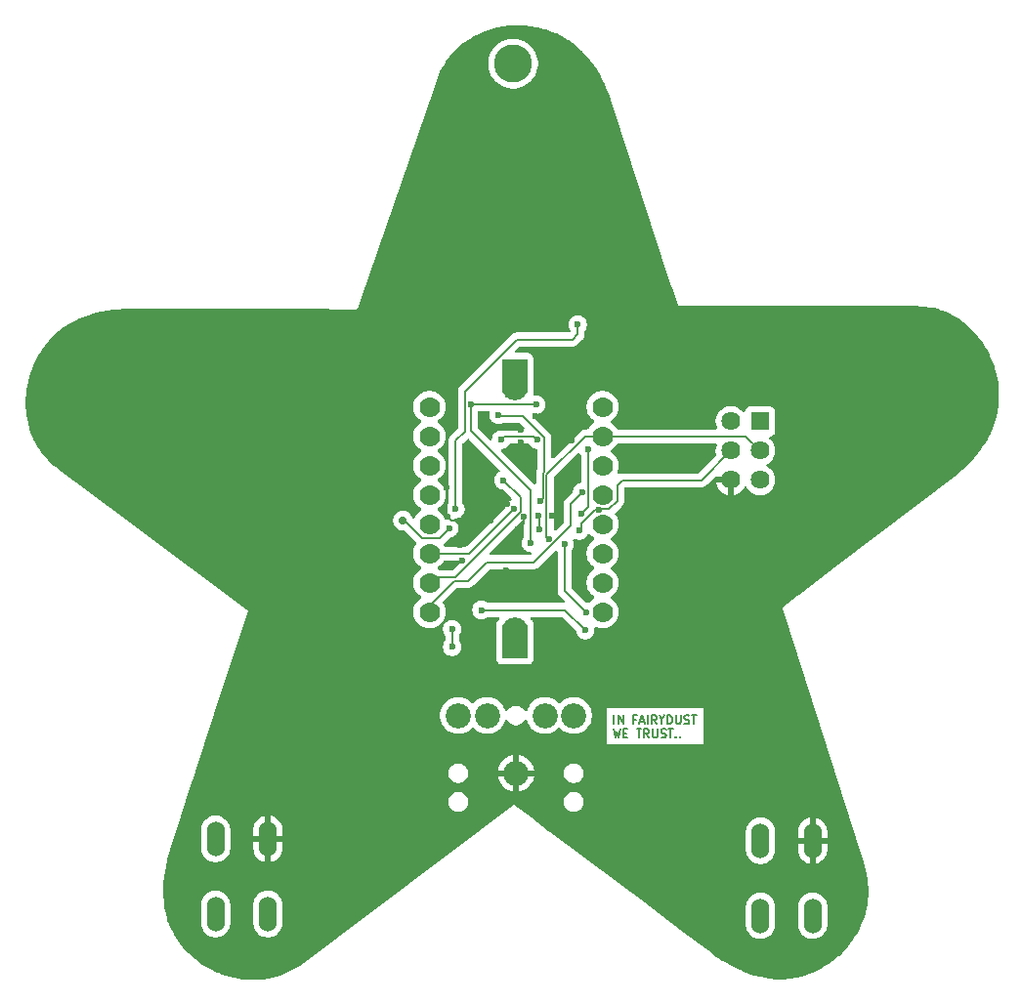
<source format=gtl>
G04 #@! TF.GenerationSoftware,KiCad,Pcbnew,9.0.0*
G04 #@! TF.CreationDate,2025-04-20T11:40:54+02:00*
G04 #@! TF.ProjectId,Blinkenstar,426c696e-6b65-46e7-9374-61722e6b6963,2.6*
G04 #@! TF.SameCoordinates,Original*
G04 #@! TF.FileFunction,Copper,L1,Top*
G04 #@! TF.FilePolarity,Positive*
%FSLAX46Y46*%
G04 Gerber Fmt 4.6, Leading zero omitted, Abs format (unit mm)*
G04 Created by KiCad (PCBNEW 9.0.0) date 2025-04-20 11:40:54*
%MOMM*%
%LPD*%
G01*
G04 APERTURE LIST*
%ADD10C,0.182880*%
G04 #@! TA.AperFunction,NonConductor*
%ADD11C,0.182880*%
G04 #@! TD*
G04 #@! TA.AperFunction,ComponentPad*
%ADD12C,1.778000*%
G04 #@! TD*
G04 #@! TA.AperFunction,ComponentPad*
%ADD13C,2.184400*%
G04 #@! TD*
G04 #@! TA.AperFunction,SMDPad,CuDef*
%ADD14R,2.184400X3.000000*%
G04 #@! TD*
G04 #@! TA.AperFunction,ComponentPad*
%ADD15O,1.524000X3.048000*%
G04 #@! TD*
G04 #@! TA.AperFunction,ComponentPad*
%ADD16R,1.625600X1.625600*%
G04 #@! TD*
G04 #@! TA.AperFunction,ComponentPad*
%ADD17C,1.625600*%
G04 #@! TD*
G04 #@! TA.AperFunction,ViaPad*
%ADD18C,3.300000*%
G04 #@! TD*
G04 #@! TA.AperFunction,ViaPad*
%ADD19C,0.600000*%
G04 #@! TD*
G04 #@! TA.AperFunction,ViaPad*
%ADD20C,0.704800*%
G04 #@! TD*
G04 #@! TA.AperFunction,Conductor*
%ADD21C,0.200000*%
G04 #@! TD*
G04 APERTURE END LIST*
D10*
D11*
X123294486Y-108023260D02*
X123294486Y-107291740D01*
X123642829Y-108023260D02*
X123642829Y-107291740D01*
X123642829Y-107291740D02*
X124060840Y-108023260D01*
X124060840Y-108023260D02*
X124060840Y-107291740D01*
X125210372Y-107640083D02*
X124966532Y-107640083D01*
X124966532Y-108023260D02*
X124966532Y-107291740D01*
X124966532Y-107291740D02*
X125314875Y-107291740D01*
X125558715Y-107814254D02*
X125907058Y-107814254D01*
X125489046Y-108023260D02*
X125732886Y-107291740D01*
X125732886Y-107291740D02*
X125976726Y-108023260D01*
X126220566Y-108023260D02*
X126220566Y-107291740D01*
X126986920Y-108023260D02*
X126743080Y-107674917D01*
X126568909Y-108023260D02*
X126568909Y-107291740D01*
X126568909Y-107291740D02*
X126847583Y-107291740D01*
X126847583Y-107291740D02*
X126917252Y-107326574D01*
X126917252Y-107326574D02*
X126952086Y-107361408D01*
X126952086Y-107361408D02*
X126986920Y-107431077D01*
X126986920Y-107431077D02*
X126986920Y-107535580D01*
X126986920Y-107535580D02*
X126952086Y-107605248D01*
X126952086Y-107605248D02*
X126917252Y-107640083D01*
X126917252Y-107640083D02*
X126847583Y-107674917D01*
X126847583Y-107674917D02*
X126568909Y-107674917D01*
X127439766Y-107674917D02*
X127439766Y-108023260D01*
X127195926Y-107291740D02*
X127439766Y-107674917D01*
X127439766Y-107674917D02*
X127683606Y-107291740D01*
X127927446Y-108023260D02*
X127927446Y-107291740D01*
X127927446Y-107291740D02*
X128101617Y-107291740D01*
X128101617Y-107291740D02*
X128206120Y-107326574D01*
X128206120Y-107326574D02*
X128275789Y-107396243D01*
X128275789Y-107396243D02*
X128310623Y-107465911D01*
X128310623Y-107465911D02*
X128345457Y-107605248D01*
X128345457Y-107605248D02*
X128345457Y-107709751D01*
X128345457Y-107709751D02*
X128310623Y-107849088D01*
X128310623Y-107849088D02*
X128275789Y-107918757D01*
X128275789Y-107918757D02*
X128206120Y-107988426D01*
X128206120Y-107988426D02*
X128101617Y-108023260D01*
X128101617Y-108023260D02*
X127927446Y-108023260D01*
X128658966Y-107291740D02*
X128658966Y-107883923D01*
X128658966Y-107883923D02*
X128693800Y-107953591D01*
X128693800Y-107953591D02*
X128728635Y-107988426D01*
X128728635Y-107988426D02*
X128798303Y-108023260D01*
X128798303Y-108023260D02*
X128937640Y-108023260D01*
X128937640Y-108023260D02*
X129007309Y-107988426D01*
X129007309Y-107988426D02*
X129042143Y-107953591D01*
X129042143Y-107953591D02*
X129076977Y-107883923D01*
X129076977Y-107883923D02*
X129076977Y-107291740D01*
X129390486Y-107988426D02*
X129494989Y-108023260D01*
X129494989Y-108023260D02*
X129669160Y-108023260D01*
X129669160Y-108023260D02*
X129738829Y-107988426D01*
X129738829Y-107988426D02*
X129773663Y-107953591D01*
X129773663Y-107953591D02*
X129808497Y-107883923D01*
X129808497Y-107883923D02*
X129808497Y-107814254D01*
X129808497Y-107814254D02*
X129773663Y-107744586D01*
X129773663Y-107744586D02*
X129738829Y-107709751D01*
X129738829Y-107709751D02*
X129669160Y-107674917D01*
X129669160Y-107674917D02*
X129529823Y-107640083D01*
X129529823Y-107640083D02*
X129460154Y-107605248D01*
X129460154Y-107605248D02*
X129425320Y-107570414D01*
X129425320Y-107570414D02*
X129390486Y-107500746D01*
X129390486Y-107500746D02*
X129390486Y-107431077D01*
X129390486Y-107431077D02*
X129425320Y-107361408D01*
X129425320Y-107361408D02*
X129460154Y-107326574D01*
X129460154Y-107326574D02*
X129529823Y-107291740D01*
X129529823Y-107291740D02*
X129703994Y-107291740D01*
X129703994Y-107291740D02*
X129808497Y-107326574D01*
X130017503Y-107291740D02*
X130435515Y-107291740D01*
X130226509Y-108023260D02*
X130226509Y-107291740D01*
X123224817Y-108469446D02*
X123398989Y-109200966D01*
X123398989Y-109200966D02*
X123538326Y-108678452D01*
X123538326Y-108678452D02*
X123677663Y-109200966D01*
X123677663Y-109200966D02*
X123851835Y-108469446D01*
X124130509Y-108817789D02*
X124374349Y-108817789D01*
X124478852Y-109200966D02*
X124130509Y-109200966D01*
X124130509Y-109200966D02*
X124130509Y-108469446D01*
X124130509Y-108469446D02*
X124478852Y-108469446D01*
X125245206Y-108469446D02*
X125663218Y-108469446D01*
X125454212Y-109200966D02*
X125454212Y-108469446D01*
X126325069Y-109200966D02*
X126081229Y-108852623D01*
X125907058Y-109200966D02*
X125907058Y-108469446D01*
X125907058Y-108469446D02*
X126185732Y-108469446D01*
X126185732Y-108469446D02*
X126255401Y-108504280D01*
X126255401Y-108504280D02*
X126290235Y-108539114D01*
X126290235Y-108539114D02*
X126325069Y-108608783D01*
X126325069Y-108608783D02*
X126325069Y-108713286D01*
X126325069Y-108713286D02*
X126290235Y-108782954D01*
X126290235Y-108782954D02*
X126255401Y-108817789D01*
X126255401Y-108817789D02*
X126185732Y-108852623D01*
X126185732Y-108852623D02*
X125907058Y-108852623D01*
X126638578Y-108469446D02*
X126638578Y-109061629D01*
X126638578Y-109061629D02*
X126673412Y-109131297D01*
X126673412Y-109131297D02*
X126708247Y-109166132D01*
X126708247Y-109166132D02*
X126777915Y-109200966D01*
X126777915Y-109200966D02*
X126917252Y-109200966D01*
X126917252Y-109200966D02*
X126986921Y-109166132D01*
X126986921Y-109166132D02*
X127021755Y-109131297D01*
X127021755Y-109131297D02*
X127056589Y-109061629D01*
X127056589Y-109061629D02*
X127056589Y-108469446D01*
X127370098Y-109166132D02*
X127474601Y-109200966D01*
X127474601Y-109200966D02*
X127648772Y-109200966D01*
X127648772Y-109200966D02*
X127718441Y-109166132D01*
X127718441Y-109166132D02*
X127753275Y-109131297D01*
X127753275Y-109131297D02*
X127788109Y-109061629D01*
X127788109Y-109061629D02*
X127788109Y-108991960D01*
X127788109Y-108991960D02*
X127753275Y-108922292D01*
X127753275Y-108922292D02*
X127718441Y-108887457D01*
X127718441Y-108887457D02*
X127648772Y-108852623D01*
X127648772Y-108852623D02*
X127509435Y-108817789D01*
X127509435Y-108817789D02*
X127439766Y-108782954D01*
X127439766Y-108782954D02*
X127404932Y-108748120D01*
X127404932Y-108748120D02*
X127370098Y-108678452D01*
X127370098Y-108678452D02*
X127370098Y-108608783D01*
X127370098Y-108608783D02*
X127404932Y-108539114D01*
X127404932Y-108539114D02*
X127439766Y-108504280D01*
X127439766Y-108504280D02*
X127509435Y-108469446D01*
X127509435Y-108469446D02*
X127683606Y-108469446D01*
X127683606Y-108469446D02*
X127788109Y-108504280D01*
X127997115Y-108469446D02*
X128415127Y-108469446D01*
X128206121Y-109200966D02*
X128206121Y-108469446D01*
X128658967Y-109131297D02*
X128693801Y-109166132D01*
X128693801Y-109166132D02*
X128658967Y-109200966D01*
X128658967Y-109200966D02*
X128624133Y-109166132D01*
X128624133Y-109166132D02*
X128658967Y-109131297D01*
X128658967Y-109131297D02*
X128658967Y-109200966D01*
X129007310Y-109131297D02*
X129042144Y-109166132D01*
X129042144Y-109166132D02*
X129007310Y-109200966D01*
X129007310Y-109200966D02*
X128972476Y-109166132D01*
X128972476Y-109166132D02*
X129007310Y-109131297D01*
X129007310Y-109131297D02*
X129007310Y-109200966D01*
D12*
X122294055Y-98326459D03*
X122294055Y-95786459D03*
X122294055Y-93246459D03*
X122294055Y-90706459D03*
X122294055Y-88166459D03*
X122294055Y-85626459D03*
X122294055Y-83086459D03*
X122294055Y-80546459D03*
X107294055Y-80546459D03*
X107294055Y-83086459D03*
X107294055Y-85626459D03*
X107294055Y-88166459D03*
X107294055Y-90706459D03*
X107294055Y-93246459D03*
X107294055Y-95786459D03*
X107294055Y-98326459D03*
D13*
X114705155Y-78880577D03*
X114705155Y-99880577D03*
D14*
X114705155Y-77880577D03*
X114705155Y-100880577D03*
D15*
X135977855Y-118146559D03*
X135977855Y-124648959D03*
X140499055Y-118146559D03*
X140499055Y-124648959D03*
D16*
X135950000Y-81800000D03*
D17*
X133410000Y-81800000D03*
X135950000Y-84340000D03*
X133410000Y-84340000D03*
X135950000Y-86880000D03*
X133410000Y-86880000D03*
D13*
X119794055Y-107296459D03*
X117294055Y-107296459D03*
X114794055Y-112296459D03*
X109794055Y-107296459D03*
X112294055Y-107296459D03*
D15*
X88767255Y-117997759D03*
X88767255Y-124500159D03*
X93288455Y-117997759D03*
X93288455Y-124500159D03*
D18*
X114550000Y-50800000D03*
D19*
X117950000Y-89950000D03*
X123650000Y-84350000D03*
X115224036Y-82550000D03*
X110300000Y-99200000D03*
X118750000Y-81305459D03*
X120250000Y-94100000D03*
X115224036Y-83625000D03*
X110700000Y-76550000D03*
X117400000Y-100650000D03*
X116700000Y-90000000D03*
X114950000Y-91200000D03*
X110550000Y-104350000D03*
X116800000Y-91200000D03*
X114450000Y-92400000D03*
X119600000Y-83500000D03*
X109000000Y-78250000D03*
X116500000Y-81305459D03*
X112950000Y-82500000D03*
X112550000Y-89450000D03*
X110100000Y-93900000D03*
X108800000Y-87550000D03*
X135500000Y-91800000D03*
X118050000Y-97050000D03*
X109950000Y-92550000D03*
X123000000Y-101350000D03*
X115300000Y-85675000D03*
X126000000Y-93700000D03*
X114705155Y-97150000D03*
X112550000Y-95100000D03*
X118050000Y-94550000D03*
X124400000Y-81700000D03*
X114600000Y-72900000D03*
X115500000Y-90050000D03*
X108850000Y-90050000D03*
X112550000Y-90400000D03*
X113950000Y-94750000D03*
X114050000Y-88950000D03*
X120800000Y-99900000D03*
X111800000Y-98150000D03*
X109025000Y-91075000D03*
D20*
X105000000Y-90400000D03*
D19*
X120136587Y-73413413D03*
X109550000Y-89400000D03*
X117650000Y-92000000D03*
X109250000Y-101350000D03*
X109250000Y-99800000D03*
X114650000Y-89400000D03*
X120475000Y-89775000D03*
X121050000Y-84250000D03*
X119000000Y-92450000D03*
X120850000Y-98326459D03*
X120278768Y-91271232D03*
X121941745Y-89432350D03*
X116072400Y-92350000D03*
X116550000Y-80350000D03*
X110900000Y-80299112D03*
X120525000Y-87925000D03*
X116901000Y-88701000D03*
X113300000Y-81250000D03*
X113700000Y-86899000D03*
X116650000Y-83400000D03*
X113500000Y-83400000D03*
D21*
X113979155Y-79606577D02*
X114705155Y-79606577D01*
X114794055Y-79276459D02*
X114159055Y-78641459D01*
X108800000Y-87550000D02*
X108800000Y-90000000D01*
X108800000Y-90000000D02*
X108850000Y-90050000D01*
X115500000Y-90650000D02*
X114950000Y-91200000D01*
X116800000Y-91200000D02*
X116800000Y-90100000D01*
X112550000Y-90400000D02*
X109200000Y-90400000D01*
X109200000Y-90400000D02*
X108850000Y-90050000D01*
X113550000Y-89450000D02*
X114050000Y-88950000D01*
X115500000Y-90050000D02*
X115500000Y-90650000D01*
X113000000Y-82550000D02*
X112950000Y-82500000D01*
X115224036Y-82550000D02*
X113000000Y-82550000D01*
X112550000Y-89450000D02*
X113550000Y-89450000D01*
X116800000Y-90100000D02*
X116700000Y-90000000D01*
X112550000Y-90400000D02*
X112550000Y-89450000D01*
X119050000Y-98150000D02*
X111800000Y-98150000D01*
X120800000Y-99900000D02*
X119050000Y-98150000D01*
X106650000Y-91950000D02*
X108150000Y-91950000D01*
X105000000Y-90400000D02*
X105100000Y-90400000D01*
X108150000Y-91950000D02*
X109025000Y-91075000D01*
X105100000Y-90400000D02*
X106650000Y-91950000D01*
X109550000Y-83500000D02*
X110350000Y-82700000D01*
X110350000Y-79191532D02*
X114841532Y-74700000D01*
X110350000Y-82700000D02*
X110350000Y-79191532D01*
X109550000Y-89400000D02*
X109550000Y-83500000D01*
X119700000Y-74700000D02*
X120136587Y-74263413D01*
X120136587Y-74263413D02*
X120136587Y-73413413D01*
X114841532Y-74700000D02*
X119700000Y-74700000D01*
X134696459Y-83086459D02*
X135950000Y-84340000D01*
X121886459Y-83086459D02*
X134696459Y-83086459D01*
X117450000Y-91800000D02*
X117650000Y-92000000D01*
X117450000Y-86436458D02*
X117450000Y-91800000D01*
X122294055Y-83086459D02*
X120799999Y-83086459D01*
X120799999Y-83086459D02*
X117450000Y-86436458D01*
X109250000Y-101350000D02*
X109250000Y-99800000D01*
X114600000Y-89400000D02*
X110753541Y-93246459D01*
X110753541Y-93246459D02*
X107294055Y-93246459D01*
X114650000Y-89400000D02*
X114600000Y-89400000D01*
X121050000Y-89200000D02*
X121050000Y-84250000D01*
X120475000Y-89775000D02*
X121050000Y-89200000D01*
X120850000Y-98326459D02*
X119000000Y-96476459D01*
X119000000Y-96476459D02*
X119000000Y-92450000D01*
X120278768Y-91271232D02*
X120450000Y-91100000D01*
X121941745Y-89432350D02*
X121797710Y-89432350D01*
X121797710Y-89432350D02*
X121780060Y-89450000D01*
X130850000Y-86900000D02*
X133410000Y-84340000D01*
X122850000Y-89400000D02*
X123550000Y-88700000D01*
X121941745Y-89432350D02*
X121941745Y-89409003D01*
X121941745Y-89409003D02*
X121950748Y-89400000D01*
X120450000Y-90642461D02*
X121665030Y-89427431D01*
X124000000Y-86900000D02*
X130850000Y-86900000D01*
X107294055Y-88166459D02*
X107294055Y-88286459D01*
X123550000Y-87350000D02*
X124000000Y-86900000D01*
X121936826Y-89427431D02*
X121941745Y-89432350D01*
X123550000Y-88700000D02*
X123550000Y-87350000D01*
X121950748Y-89400000D02*
X122850000Y-89400000D01*
X120450000Y-91100000D02*
X120450000Y-90642461D01*
X121665030Y-89427431D02*
X121936826Y-89427431D01*
X116050000Y-87800000D02*
X116050000Y-92177600D01*
X116050000Y-92177600D02*
X116072400Y-92200000D01*
X116072400Y-92200000D02*
X116072400Y-92350000D01*
X110900000Y-82650000D02*
X116050000Y-87800000D01*
X110900000Y-80299112D02*
X110900000Y-82650000D01*
X110900000Y-80299112D02*
X116499112Y-80299112D01*
X116499112Y-80299112D02*
X116550000Y-80350000D01*
X118176000Y-92217877D02*
X117867877Y-92526000D01*
X110628911Y-95626000D02*
X109411582Y-95626000D01*
X112254911Y-94000000D02*
X110628911Y-95626000D01*
X118176000Y-92174000D02*
X118176000Y-92217877D01*
X117867877Y-92526000D02*
X117824000Y-92526000D01*
X117824000Y-92526000D02*
X116350000Y-94000000D01*
X120525000Y-87925000D02*
X120525000Y-87975000D01*
X107294055Y-97743527D02*
X107294055Y-98326459D01*
X120525000Y-87975000D02*
X119524000Y-88976000D01*
X119524000Y-88976000D02*
X119524000Y-90826000D01*
X116350000Y-94000000D02*
X112254911Y-94000000D01*
X119524000Y-90826000D02*
X118176000Y-92174000D01*
X109411582Y-95626000D02*
X107294055Y-97743527D01*
X115350000Y-81300000D02*
X113350000Y-81300000D01*
X117250000Y-86175424D02*
X117250000Y-83200000D01*
X117124000Y-86301424D02*
X117250000Y-86175424D01*
X117124000Y-88478000D02*
X117124000Y-86301424D01*
X117250000Y-83200000D02*
X115350000Y-81300000D01*
X116901000Y-88701000D02*
X117124000Y-88478000D01*
X113350000Y-81300000D02*
X113300000Y-81250000D01*
X113700000Y-86899000D02*
X115200000Y-88399000D01*
X115200000Y-88399000D02*
X115200000Y-89650000D01*
X109550000Y-95300000D02*
X107780514Y-95300000D01*
X115200000Y-89650000D02*
X109550000Y-95300000D01*
X107780514Y-95300000D02*
X107294055Y-95786459D01*
X116350000Y-83100000D02*
X116650000Y-83400000D01*
X113800000Y-83100000D02*
X116350000Y-83100000D01*
X113500000Y-83400000D02*
X113800000Y-83100000D01*
G04 #@! TA.AperFunction,Conductor*
G36*
X121180821Y-91555419D02*
G01*
X121217869Y-91589177D01*
X121234201Y-91611656D01*
X121388861Y-91766316D01*
X121540024Y-91876141D01*
X121582690Y-91931470D01*
X121588669Y-92001084D01*
X121556064Y-92062879D01*
X121540024Y-92076777D01*
X121388861Y-92186601D01*
X121234197Y-92341265D01*
X121105650Y-92518198D01*
X121006353Y-92713075D01*
X121006352Y-92713078D01*
X120938769Y-92921082D01*
X120904555Y-93137097D01*
X120904555Y-93355820D01*
X120938769Y-93571835D01*
X121006352Y-93779839D01*
X121006353Y-93779842D01*
X121105650Y-93974719D01*
X121234197Y-94151652D01*
X121388861Y-94306316D01*
X121540024Y-94416141D01*
X121582690Y-94471470D01*
X121588669Y-94541084D01*
X121556064Y-94602879D01*
X121540024Y-94616777D01*
X121388861Y-94726601D01*
X121234197Y-94881265D01*
X121105650Y-95058198D01*
X121006353Y-95253075D01*
X121006352Y-95253078D01*
X120938769Y-95461082D01*
X120904555Y-95677097D01*
X120904555Y-95895820D01*
X120938769Y-96111835D01*
X121006352Y-96319839D01*
X121006353Y-96319842D01*
X121105650Y-96514719D01*
X121234197Y-96691652D01*
X121388861Y-96846316D01*
X121540024Y-96956141D01*
X121582690Y-97011470D01*
X121588669Y-97081084D01*
X121556064Y-97142879D01*
X121540024Y-97156777D01*
X121388861Y-97266601D01*
X121234201Y-97421261D01*
X121175838Y-97501591D01*
X121161890Y-97512345D01*
X121151590Y-97526630D01*
X121134797Y-97533237D01*
X121120507Y-97544256D01*
X121102857Y-97545803D01*
X121086572Y-97552211D01*
X121051329Y-97550322D01*
X120928150Y-97525820D01*
X120866239Y-97493435D01*
X120864660Y-97491884D01*
X119636819Y-96264043D01*
X119603334Y-96202720D01*
X119600500Y-96176362D01*
X119600500Y-93029765D01*
X119620185Y-92962726D01*
X119621398Y-92960874D01*
X119709390Y-92829185D01*
X119709390Y-92829184D01*
X119709394Y-92829179D01*
X119769737Y-92683497D01*
X119800500Y-92528842D01*
X119800500Y-92371158D01*
X119800500Y-92371155D01*
X119800499Y-92371153D01*
X119794553Y-92341260D01*
X119769737Y-92216503D01*
X119739465Y-92143421D01*
X119731997Y-92073954D01*
X119763272Y-92011474D01*
X119823361Y-91975822D01*
X119893186Y-91978316D01*
X119901479Y-91981409D01*
X120045271Y-92040969D01*
X120195346Y-92070821D01*
X120199921Y-92071731D01*
X120199924Y-92071732D01*
X120199926Y-92071732D01*
X120357612Y-92071732D01*
X120357613Y-92071731D01*
X120512265Y-92040969D01*
X120657947Y-91980626D01*
X120789057Y-91893021D01*
X120900557Y-91781521D01*
X120988162Y-91650411D01*
X121002990Y-91614612D01*
X121046828Y-91560209D01*
X121113121Y-91538142D01*
X121180821Y-91555419D01*
G37*
G04 #@! TD.AperFunction*
G04 #@! TA.AperFunction,Conductor*
G36*
X109921483Y-93866644D02*
G01*
X109967238Y-93919448D01*
X109977182Y-93988606D01*
X109948157Y-94052162D01*
X109942125Y-94058640D01*
X109337584Y-94663181D01*
X109276261Y-94696666D01*
X109249903Y-94699500D01*
X108202234Y-94699500D01*
X108181813Y-94693503D01*
X108160565Y-94692289D01*
X108139090Y-94680958D01*
X108135195Y-94679815D01*
X108129361Y-94675827D01*
X108048083Y-94616775D01*
X108005419Y-94561448D01*
X107999440Y-94491835D01*
X108032045Y-94430039D01*
X108048078Y-94416145D01*
X108199254Y-94306311D01*
X108353907Y-94151658D01*
X108353909Y-94151654D01*
X108353912Y-94151652D01*
X108421488Y-94058640D01*
X108482462Y-93974716D01*
X108513060Y-93914663D01*
X108561035Y-93863868D01*
X108623545Y-93846959D01*
X109854444Y-93846959D01*
X109921483Y-93866644D01*
G37*
G04 #@! TD.AperFunction*
G04 #@! TA.AperFunction,Conductor*
G36*
X115368834Y-90432915D02*
G01*
X115424767Y-90474787D01*
X115449184Y-90540251D01*
X115449500Y-90549097D01*
X115449500Y-91803758D01*
X115429815Y-91870797D01*
X115428602Y-91872648D01*
X115363012Y-91970810D01*
X115363002Y-91970828D01*
X115302664Y-92116498D01*
X115302661Y-92116510D01*
X115271900Y-92271153D01*
X115271900Y-92428846D01*
X115302661Y-92583489D01*
X115302664Y-92583501D01*
X115363002Y-92729172D01*
X115363009Y-92729185D01*
X115450610Y-92860288D01*
X115450613Y-92860292D01*
X115562107Y-92971786D01*
X115562111Y-92971789D01*
X115693214Y-93059390D01*
X115693227Y-93059397D01*
X115838898Y-93119735D01*
X115838903Y-93119737D01*
X115993553Y-93150499D01*
X115993556Y-93150500D01*
X116050903Y-93150500D01*
X116072148Y-93156738D01*
X116094237Y-93158318D01*
X116105020Y-93166390D01*
X116117942Y-93170185D01*
X116132441Y-93186918D01*
X116150170Y-93200190D01*
X116154877Y-93212810D01*
X116163697Y-93222989D01*
X116166848Y-93244906D01*
X116174587Y-93265654D01*
X116171724Y-93278814D01*
X116173641Y-93292147D01*
X116164441Y-93312290D01*
X116159735Y-93333927D01*
X116146466Y-93351652D01*
X116144616Y-93355703D01*
X116138584Y-93362181D01*
X116137584Y-93363181D01*
X116076261Y-93396666D01*
X116049903Y-93399500D01*
X112599097Y-93399500D01*
X112532058Y-93379815D01*
X112486303Y-93327011D01*
X112476359Y-93257853D01*
X112505384Y-93194297D01*
X112511416Y-93187819D01*
X115237819Y-90461416D01*
X115299142Y-90427931D01*
X115368834Y-90432915D01*
G37*
G04 #@! TD.AperFunction*
G04 #@! TA.AperFunction,Conductor*
G36*
X110693334Y-83308415D02*
G01*
X110737681Y-83336916D01*
X113380197Y-85979432D01*
X113413682Y-86040755D01*
X113408698Y-86110447D01*
X113366826Y-86166380D01*
X113339971Y-86181673D01*
X113320826Y-86189603D01*
X113320814Y-86189609D01*
X113189711Y-86277210D01*
X113189707Y-86277213D01*
X113078213Y-86388707D01*
X113078210Y-86388711D01*
X112990609Y-86519814D01*
X112990602Y-86519827D01*
X112930264Y-86665498D01*
X112930261Y-86665510D01*
X112899500Y-86820153D01*
X112899500Y-86977846D01*
X112930261Y-87132489D01*
X112930264Y-87132501D01*
X112990602Y-87278172D01*
X112990609Y-87278185D01*
X113078210Y-87409288D01*
X113078213Y-87409292D01*
X113189707Y-87520786D01*
X113189711Y-87520789D01*
X113320814Y-87608390D01*
X113320827Y-87608397D01*
X113466498Y-87668735D01*
X113466503Y-87668737D01*
X113531147Y-87681595D01*
X113621849Y-87699638D01*
X113683760Y-87732023D01*
X113685339Y-87733574D01*
X114402322Y-88450557D01*
X114435807Y-88511880D01*
X114430823Y-88581572D01*
X114388951Y-88637505D01*
X114362094Y-88652799D01*
X114270824Y-88690604D01*
X114270814Y-88690609D01*
X114139711Y-88778210D01*
X114139707Y-88778213D01*
X114028213Y-88889707D01*
X114028210Y-88889711D01*
X113940609Y-89020814D01*
X113940602Y-89020827D01*
X113880264Y-89166498D01*
X113880261Y-89166508D01*
X113861777Y-89259433D01*
X113829392Y-89321344D01*
X113827841Y-89322922D01*
X110541125Y-92609640D01*
X110479802Y-92643125D01*
X110453444Y-92645959D01*
X108623545Y-92645959D01*
X108608942Y-92641671D01*
X108593738Y-92642323D01*
X108576099Y-92632027D01*
X108556506Y-92626274D01*
X108545609Y-92614229D01*
X108533396Y-92607101D01*
X108513060Y-92578254D01*
X108506003Y-92564404D01*
X108493107Y-92495735D01*
X108519383Y-92430995D01*
X108528790Y-92420445D01*
X108630520Y-92318716D01*
X108630521Y-92318713D01*
X109039662Y-91909572D01*
X109100983Y-91876089D01*
X109103150Y-91875638D01*
X109161085Y-91864113D01*
X109258497Y-91844737D01*
X109404179Y-91784394D01*
X109535289Y-91696789D01*
X109646789Y-91585289D01*
X109734394Y-91454179D01*
X109794737Y-91308497D01*
X109825500Y-91153842D01*
X109825500Y-90996158D01*
X109825500Y-90996155D01*
X109825499Y-90996153D01*
X109815064Y-90943692D01*
X109794737Y-90841503D01*
X109784097Y-90815815D01*
X109734397Y-90695827D01*
X109734390Y-90695814D01*
X109646789Y-90564711D01*
X109646786Y-90564707D01*
X109535292Y-90453213D01*
X109535288Y-90453210D01*
X109496963Y-90427602D01*
X109452158Y-90373990D01*
X109443451Y-90304665D01*
X109473605Y-90241637D01*
X109533048Y-90204918D01*
X109565854Y-90200500D01*
X109628844Y-90200500D01*
X109628845Y-90200499D01*
X109783497Y-90169737D01*
X109896166Y-90123067D01*
X109929172Y-90109397D01*
X109929172Y-90109396D01*
X109929179Y-90109394D01*
X110060289Y-90021789D01*
X110171789Y-89910289D01*
X110259394Y-89779179D01*
X110319737Y-89633497D01*
X110350500Y-89478842D01*
X110350500Y-89321158D01*
X110350500Y-89321155D01*
X110350499Y-89321153D01*
X110338222Y-89259433D01*
X110319737Y-89166503D01*
X110319735Y-89166498D01*
X110259397Y-89020827D01*
X110259390Y-89020814D01*
X110171398Y-88889125D01*
X110150520Y-88822447D01*
X110150500Y-88820234D01*
X110150500Y-83800097D01*
X110170185Y-83733058D01*
X110186819Y-83712416D01*
X110562319Y-83336916D01*
X110623642Y-83303431D01*
X110693334Y-83308415D01*
G37*
G04 #@! TD.AperFunction*
G04 #@! TA.AperFunction,Conductor*
G36*
X120257731Y-84565339D02*
G01*
X120271855Y-84566350D01*
X120289038Y-84579213D01*
X120308664Y-84587911D01*
X120324458Y-84605729D01*
X120327788Y-84608222D01*
X120330639Y-84612702D01*
X120332076Y-84614323D01*
X120338479Y-84624044D01*
X120340606Y-84629179D01*
X120428211Y-84760289D01*
X120428238Y-84760316D01*
X120429055Y-84761556D01*
X120439168Y-84794618D01*
X120449480Y-84827551D01*
X120449367Y-84827962D01*
X120449492Y-84828370D01*
X120449500Y-84829765D01*
X120449500Y-87022071D01*
X120429815Y-87089110D01*
X120377011Y-87134865D01*
X120349692Y-87143688D01*
X120291508Y-87155261D01*
X120291498Y-87155264D01*
X120145827Y-87215602D01*
X120145814Y-87215609D01*
X120014711Y-87303210D01*
X120014707Y-87303213D01*
X119903213Y-87414707D01*
X119903210Y-87414711D01*
X119815609Y-87545814D01*
X119815602Y-87545827D01*
X119755264Y-87691498D01*
X119755261Y-87691510D01*
X119724500Y-87846153D01*
X119724500Y-87874902D01*
X119704815Y-87941941D01*
X119688181Y-87962583D01*
X119043481Y-88607282D01*
X119043480Y-88607284D01*
X118995375Y-88690606D01*
X118993361Y-88694094D01*
X118993359Y-88694096D01*
X118964425Y-88744209D01*
X118964424Y-88744210D01*
X118955087Y-88779056D01*
X118923499Y-88896943D01*
X118923499Y-88896945D01*
X118923499Y-89065046D01*
X118923500Y-89065059D01*
X118923500Y-90525902D01*
X118903815Y-90592941D01*
X118887181Y-90613583D01*
X118262181Y-91238583D01*
X118200858Y-91272068D01*
X118131166Y-91267084D01*
X118075233Y-91225212D01*
X118050816Y-91159748D01*
X118050500Y-91150902D01*
X118050500Y-86736554D01*
X118070185Y-86669515D01*
X118086814Y-86648878D01*
X120140842Y-84594849D01*
X120159679Y-84584563D01*
X120175744Y-84570324D01*
X120189736Y-84568151D01*
X120202163Y-84561366D01*
X120223572Y-84562897D01*
X120244786Y-84559603D01*
X120257731Y-84565339D01*
G37*
G04 #@! TD.AperFunction*
G04 #@! TA.AperFunction,Conductor*
G36*
X115892201Y-83720185D02*
G01*
X115937956Y-83772989D01*
X115939715Y-83777029D01*
X115940606Y-83779179D01*
X115940607Y-83779180D01*
X115940609Y-83779185D01*
X116028210Y-83910288D01*
X116028213Y-83910292D01*
X116139707Y-84021786D01*
X116139711Y-84021789D01*
X116270814Y-84109390D01*
X116270827Y-84109397D01*
X116359947Y-84146311D01*
X116416503Y-84169737D01*
X116526987Y-84191713D01*
X116549691Y-84196230D01*
X116611602Y-84228615D01*
X116646176Y-84289330D01*
X116649500Y-84317847D01*
X116649500Y-85889055D01*
X116645350Y-85904542D01*
X116646005Y-85918288D01*
X116632887Y-85951054D01*
X116595836Y-86015229D01*
X116595836Y-86015230D01*
X116564423Y-86069639D01*
X116523499Y-86222367D01*
X116523499Y-86222369D01*
X116523499Y-86390470D01*
X116523500Y-86390483D01*
X116523500Y-87124903D01*
X116503815Y-87191942D01*
X116451011Y-87237697D01*
X116381853Y-87247641D01*
X116318297Y-87218616D01*
X116311819Y-87212584D01*
X113510081Y-84410846D01*
X113476596Y-84349523D01*
X113481580Y-84279831D01*
X113523452Y-84223898D01*
X113573571Y-84201548D01*
X113578840Y-84200500D01*
X113578842Y-84200500D01*
X113733497Y-84169737D01*
X113879179Y-84109394D01*
X114010289Y-84021789D01*
X114121789Y-83910289D01*
X114209394Y-83779179D01*
X114210275Y-83777049D01*
X114211035Y-83776106D01*
X114212264Y-83773809D01*
X114212699Y-83774041D01*
X114254115Y-83722646D01*
X114320408Y-83700579D01*
X114324838Y-83700500D01*
X115825162Y-83700500D01*
X115892201Y-83720185D01*
G37*
G04 #@! TD.AperFunction*
G04 #@! TA.AperFunction,Conductor*
G36*
X132097614Y-83694883D02*
G01*
X132125339Y-83699681D01*
X132130695Y-83704596D01*
X132137667Y-83706644D01*
X132156084Y-83727898D01*
X132176815Y-83746925D01*
X132178663Y-83753955D01*
X132183422Y-83759448D01*
X132187425Y-83787293D01*
X132194577Y-83814500D01*
X132192807Y-83824723D01*
X132193366Y-83828606D01*
X132188559Y-83849277D01*
X132129038Y-84032463D01*
X132129038Y-84032466D01*
X132102258Y-84201548D01*
X132096700Y-84236641D01*
X132096700Y-84443359D01*
X132099349Y-84460086D01*
X132129038Y-84647533D01*
X132129038Y-84647536D01*
X132136013Y-84669001D01*
X132138008Y-84738842D01*
X132105763Y-84795000D01*
X130637584Y-86263181D01*
X130576261Y-86296666D01*
X130549903Y-86299500D01*
X124079057Y-86299500D01*
X123920943Y-86299500D01*
X123768215Y-86340423D01*
X123738809Y-86357401D01*
X123736950Y-86358474D01*
X123736202Y-86358906D01*
X123668299Y-86375369D01*
X123602276Y-86352507D01*
X123559093Y-86297580D01*
X123552461Y-86228026D01*
X123563733Y-86195214D01*
X123581754Y-86159846D01*
X123581757Y-86159839D01*
X123625644Y-86024766D01*
X123649341Y-85951834D01*
X123666967Y-85840541D01*
X123683555Y-85735820D01*
X123683555Y-85517097D01*
X123658588Y-85359469D01*
X123649341Y-85301084D01*
X123604775Y-85163921D01*
X123581757Y-85093078D01*
X123581756Y-85093075D01*
X123521677Y-84975166D01*
X123482462Y-84898202D01*
X123470423Y-84881632D01*
X123353912Y-84721265D01*
X123199254Y-84566607D01*
X123189614Y-84559603D01*
X123048083Y-84456775D01*
X123005419Y-84401448D01*
X122999440Y-84331835D01*
X123032045Y-84270039D01*
X123048078Y-84256145D01*
X123199254Y-84146311D01*
X123353907Y-83991658D01*
X123353909Y-83991654D01*
X123353912Y-83991652D01*
X123457352Y-83849277D01*
X123482462Y-83814716D01*
X123513060Y-83754663D01*
X123561035Y-83703868D01*
X123623545Y-83686959D01*
X132070628Y-83686959D01*
X132097614Y-83694883D01*
G37*
G04 #@! TD.AperFunction*
G04 #@! TA.AperFunction,Conductor*
G36*
X112469458Y-80919297D02*
G01*
X112515213Y-80972101D01*
X112525157Y-81041259D01*
X112524036Y-81047803D01*
X112499500Y-81171153D01*
X112499500Y-81328846D01*
X112530261Y-81483489D01*
X112530264Y-81483501D01*
X112590602Y-81629172D01*
X112590609Y-81629185D01*
X112678210Y-81760288D01*
X112678213Y-81760292D01*
X112789707Y-81871786D01*
X112789711Y-81871789D01*
X112920814Y-81959390D01*
X112920827Y-81959397D01*
X113066498Y-82019735D01*
X113066503Y-82019737D01*
X113221153Y-82050499D01*
X113221156Y-82050500D01*
X113221158Y-82050500D01*
X113378844Y-82050500D01*
X113378845Y-82050499D01*
X113533497Y-82019737D01*
X113679179Y-81959394D01*
X113736044Y-81921397D01*
X113802721Y-81900520D01*
X113804935Y-81900500D01*
X115049903Y-81900500D01*
X115116942Y-81920185D01*
X115137584Y-81936819D01*
X115488584Y-82287819D01*
X115522069Y-82349142D01*
X115517085Y-82418834D01*
X115475213Y-82474767D01*
X115409749Y-82499184D01*
X115400903Y-82499500D01*
X113720943Y-82499500D01*
X113568215Y-82540423D01*
X113546300Y-82553076D01*
X113494666Y-82582887D01*
X113432666Y-82599500D01*
X113421155Y-82599500D01*
X113266510Y-82630261D01*
X113266498Y-82630264D01*
X113120827Y-82690602D01*
X113120814Y-82690609D01*
X112989711Y-82778210D01*
X112989707Y-82778213D01*
X112878213Y-82889707D01*
X112878210Y-82889711D01*
X112790609Y-83020814D01*
X112790602Y-83020827D01*
X112730264Y-83166498D01*
X112730261Y-83166508D01*
X112698451Y-83326429D01*
X112666066Y-83388339D01*
X112605350Y-83422914D01*
X112535581Y-83419174D01*
X112489153Y-83389918D01*
X111536819Y-82437584D01*
X111503334Y-82376261D01*
X111500500Y-82349903D01*
X111500500Y-81023612D01*
X111520185Y-80956573D01*
X111572989Y-80910818D01*
X111624500Y-80899612D01*
X112402419Y-80899612D01*
X112469458Y-80919297D01*
G37*
G04 #@! TD.AperFunction*
G04 #@! TA.AperFunction,Conductor*
G36*
X114940070Y-47471445D02*
G01*
X115123295Y-47474008D01*
X115125943Y-47474074D01*
X115309759Y-47480734D01*
X115312456Y-47480862D01*
X115496546Y-47491630D01*
X115499259Y-47491819D01*
X115683858Y-47506733D01*
X115686474Y-47506974D01*
X115871279Y-47526041D01*
X115873944Y-47526346D01*
X116059021Y-47549601D01*
X116061637Y-47549959D01*
X116246894Y-47577422D01*
X116249470Y-47577833D01*
X116434751Y-47609514D01*
X116437300Y-47609979D01*
X116612960Y-47644039D01*
X116622567Y-47645902D01*
X116625262Y-47646456D01*
X116791599Y-47682556D01*
X116810339Y-47686623D01*
X116813013Y-47687234D01*
X116997965Y-47731692D01*
X117000622Y-47732363D01*
X117041578Y-47743175D01*
X117185373Y-47781135D01*
X117187914Y-47781837D01*
X117372420Y-47834955D01*
X117374956Y-47835715D01*
X117559063Y-47893176D01*
X117561675Y-47894023D01*
X117713436Y-47945118D01*
X117721001Y-47949810D01*
X117721604Y-47948357D01*
X117744390Y-47957795D01*
X117744391Y-47957796D01*
X117744392Y-47957796D01*
X117756920Y-47962985D01*
X117771272Y-47965567D01*
X118024756Y-48059794D01*
X118029369Y-48061614D01*
X118296132Y-48173111D01*
X118300619Y-48175093D01*
X118558272Y-48295070D01*
X118562629Y-48297204D01*
X118811539Y-48425359D01*
X118815786Y-48427652D01*
X119056066Y-48563568D01*
X119060145Y-48565981D01*
X119291958Y-48709260D01*
X119295931Y-48711822D01*
X119355346Y-48751760D01*
X119519484Y-48862094D01*
X119523295Y-48864761D01*
X119635813Y-48946684D01*
X119737750Y-49020904D01*
X119743074Y-49025008D01*
X120151803Y-49358144D01*
X120158302Y-49363830D01*
X120500470Y-49684857D01*
X120535953Y-49718148D01*
X120541690Y-49723895D01*
X120890729Y-50097242D01*
X120895727Y-50102926D01*
X120945957Y-50163697D01*
X121200146Y-50471232D01*
X121217580Y-50492324D01*
X121221887Y-50497845D01*
X121517879Y-50900212D01*
X121521556Y-50905492D01*
X121793019Y-51317720D01*
X121796135Y-51322706D01*
X122044409Y-51741698D01*
X122047033Y-51746351D01*
X122273465Y-52168990D01*
X122275660Y-52173286D01*
X122481590Y-52596423D01*
X122483416Y-52600348D01*
X122670181Y-53020805D01*
X122671690Y-53024349D01*
X122840665Y-53439006D01*
X122841898Y-53442156D01*
X122994592Y-53848224D01*
X122995312Y-53850188D01*
X122999806Y-53862780D01*
X123000140Y-53863728D01*
X123004681Y-53876785D01*
X123005017Y-53877765D01*
X123009477Y-53890943D01*
X123009805Y-53891925D01*
X123014222Y-53905344D01*
X123014374Y-53905809D01*
X128284656Y-70132135D01*
X128291874Y-70154359D01*
X128291708Y-70154710D01*
X128295119Y-70164351D01*
X128295629Y-70165919D01*
X128304303Y-70192621D01*
X128306429Y-70196305D01*
X128870163Y-71789070D01*
X128870163Y-71795252D01*
X128873549Y-71798638D01*
X128875148Y-71803155D01*
X128879328Y-71807798D01*
X128885101Y-71810190D01*
X128889891Y-71810190D01*
X128894215Y-71812253D01*
X128900044Y-71810190D01*
X149535788Y-71810190D01*
X149539288Y-71810239D01*
X149910644Y-71820725D01*
X149917604Y-71821119D01*
X150280757Y-71852019D01*
X150287702Y-71852809D01*
X150644364Y-71903607D01*
X150651245Y-71904786D01*
X151001129Y-71974922D01*
X151007844Y-71976464D01*
X151350667Y-72065396D01*
X151357235Y-72067296D01*
X151647957Y-72160198D01*
X151692572Y-72174455D01*
X151698993Y-72176703D01*
X152026523Y-72301551D01*
X152032727Y-72304111D01*
X152352060Y-72446085D01*
X152358006Y-72448920D01*
X152528673Y-72535993D01*
X152668839Y-72607505D01*
X152674569Y-72610621D01*
X152976490Y-72785248D01*
X152981945Y-72788594D01*
X153274605Y-72978733D01*
X153279795Y-72982296D01*
X153518411Y-73155223D01*
X153562803Y-73187394D01*
X153567743Y-73191167D01*
X153840694Y-73410653D01*
X153845365Y-73414603D01*
X154107895Y-73647939D01*
X154112290Y-73652039D01*
X154244787Y-73781858D01*
X154364066Y-73898727D01*
X154368196Y-73902972D01*
X154608735Y-74162360D01*
X154612615Y-74166748D01*
X154734991Y-74311901D01*
X154841599Y-74438352D01*
X154845185Y-74442811D01*
X155062206Y-74726055D01*
X155065549Y-74730634D01*
X155252224Y-74999079D01*
X155270186Y-75024909D01*
X155273315Y-75029636D01*
X155465192Y-75334394D01*
X155468080Y-75339220D01*
X155646810Y-75653895D01*
X155649450Y-75658799D01*
X155814667Y-75982862D01*
X155817059Y-75987827D01*
X155885431Y-76138241D01*
X155968361Y-76320684D01*
X155970541Y-76325780D01*
X156107511Y-76666795D01*
X156109458Y-76671971D01*
X156231758Y-77020667D01*
X156233470Y-77025923D01*
X156309538Y-77278311D01*
X156340698Y-77381696D01*
X156342176Y-77387030D01*
X156433942Y-77749290D01*
X156435183Y-77754693D01*
X156511117Y-78122892D01*
X156512118Y-78128363D01*
X156571844Y-78501960D01*
X156572601Y-78507493D01*
X156615728Y-78885874D01*
X156616237Y-78891460D01*
X156642390Y-79274067D01*
X156642647Y-79279698D01*
X156651455Y-79666255D01*
X156651462Y-79671550D01*
X156645606Y-79965506D01*
X156645409Y-79970459D01*
X156628109Y-80258937D01*
X156627714Y-80263867D01*
X156599409Y-80546571D01*
X156598822Y-80551454D01*
X156559931Y-80828536D01*
X156559159Y-80833347D01*
X156510107Y-81104836D01*
X156509160Y-81109555D01*
X156450357Y-81375554D01*
X156449246Y-81380160D01*
X156381114Y-81640691D01*
X156379853Y-81645168D01*
X156302804Y-81900299D01*
X156301408Y-81904631D01*
X156215862Y-82154386D01*
X156214349Y-82158560D01*
X156120699Y-82403048D01*
X156119082Y-82407057D01*
X156017752Y-82646281D01*
X156016051Y-82650116D01*
X155907449Y-82884132D01*
X155905684Y-82887775D01*
X155899956Y-82899131D01*
X155790224Y-83116618D01*
X155788399Y-83120096D01*
X155667020Y-83342832D01*
X155664229Y-83347689D01*
X155403134Y-83779179D01*
X155402124Y-83780848D01*
X155398327Y-83786739D01*
X155364666Y-83835868D01*
X155116030Y-84198743D01*
X155112250Y-84203963D01*
X154812492Y-84596076D01*
X154808803Y-84600671D01*
X154494951Y-84973121D01*
X154491411Y-84977142D01*
X154166874Y-85330135D01*
X154163528Y-85333635D01*
X153831660Y-85667446D01*
X153828540Y-85670476D01*
X153492797Y-85985292D01*
X153489930Y-85987897D01*
X153153707Y-86283978D01*
X153151116Y-86286197D01*
X152817473Y-86564092D01*
X152815903Y-86565378D01*
X152806039Y-86573324D01*
X152805301Y-86573915D01*
X152794776Y-86582262D01*
X152794000Y-86582872D01*
X152783569Y-86591010D01*
X152782782Y-86591619D01*
X152772062Y-86599845D01*
X152771641Y-86600166D01*
X142410852Y-94480520D01*
X139300394Y-96846316D01*
X139165348Y-96949031D01*
X139165082Y-96949233D01*
X137893421Y-97911039D01*
X137893422Y-97911040D01*
X137876982Y-97923474D01*
X137876498Y-97923841D01*
X137870592Y-97925724D01*
X137868401Y-97929965D01*
X137864594Y-97932845D01*
X137863742Y-97938985D01*
X137860897Y-97944494D01*
X137862346Y-97949042D01*
X137861691Y-97953771D01*
X137861692Y-97953772D01*
X137861692Y-97953775D01*
X137864580Y-97964856D01*
X137871875Y-97978932D01*
X144890977Y-119997892D01*
X144990454Y-120309950D01*
X144990903Y-120311391D01*
X144996311Y-120329098D01*
X144996311Y-120334919D01*
X144998870Y-120337478D01*
X145004824Y-120356972D01*
X145004827Y-120357256D01*
X145005364Y-120358789D01*
X145104467Y-120701971D01*
X145106146Y-120708433D01*
X145191266Y-121076472D01*
X145192591Y-121082995D01*
X145257183Y-121451332D01*
X145258153Y-121457887D01*
X145302598Y-121826010D01*
X145303213Y-121832563D01*
X145327883Y-122199861D01*
X145328149Y-122206386D01*
X145333418Y-122572314D01*
X145333342Y-122578784D01*
X145319577Y-122942816D01*
X145319170Y-122949210D01*
X145286739Y-123310752D01*
X145286012Y-123317047D01*
X145235284Y-123675519D01*
X145234249Y-123681702D01*
X145165581Y-124036570D01*
X145164251Y-124042626D01*
X145078011Y-124393290D01*
X145076400Y-124399208D01*
X144972951Y-124745100D01*
X144971070Y-124750870D01*
X144850779Y-125091400D01*
X144848640Y-125097017D01*
X144711870Y-125431615D01*
X144709484Y-125437073D01*
X144556623Y-125765102D01*
X144554001Y-125770397D01*
X144385378Y-126091361D01*
X144382527Y-126096489D01*
X144198533Y-126409755D01*
X144195460Y-126414715D01*
X143996481Y-126719674D01*
X143993194Y-126724464D01*
X143779571Y-127020573D01*
X143776075Y-127025187D01*
X143548238Y-127311792D01*
X143544538Y-127316231D01*
X143302769Y-127592855D01*
X143298868Y-127597113D01*
X143043639Y-127863059D01*
X143039542Y-127867134D01*
X142771147Y-128121900D01*
X142766858Y-128125785D01*
X142485734Y-128368730D01*
X142481256Y-128372421D01*
X142187749Y-128602989D01*
X142183087Y-128606477D01*
X141877581Y-128824081D01*
X141872740Y-128827360D01*
X141555584Y-129031434D01*
X141550569Y-129034495D01*
X141222152Y-129224446D01*
X141216973Y-129227279D01*
X140877711Y-129402507D01*
X140872375Y-129405104D01*
X140522530Y-129565085D01*
X140517048Y-129567434D01*
X140157059Y-129711550D01*
X140151445Y-129713641D01*
X139810445Y-129831387D01*
X139810396Y-129831404D01*
X139787968Y-129839137D01*
X139787732Y-129839028D01*
X139778732Y-129842322D01*
X139777574Y-129842722D01*
X139777373Y-129842731D01*
X139772102Y-129844468D01*
X139487303Y-129928135D01*
X139482254Y-129929504D01*
X139197891Y-130000163D01*
X139192797Y-130001315D01*
X138910629Y-130058932D01*
X138905518Y-130059865D01*
X138625544Y-130104910D01*
X138620445Y-130105622D01*
X138342800Y-130138538D01*
X138337774Y-130139029D01*
X138062491Y-130160271D01*
X138057505Y-130160555D01*
X137784637Y-130170571D01*
X137779735Y-130170653D01*
X137509397Y-130169884D01*
X137504609Y-130169778D01*
X137236840Y-130158666D01*
X137232183Y-130158385D01*
X136967046Y-130137370D01*
X136962536Y-130136930D01*
X136700101Y-130106445D01*
X136695750Y-130105861D01*
X136437365Y-130066532D01*
X136431184Y-130065431D01*
X135919408Y-129960790D01*
X135911758Y-129958971D01*
X135413568Y-129823713D01*
X135406646Y-129821615D01*
X134921504Y-129658985D01*
X134915296Y-129656718D01*
X134549005Y-129511793D01*
X134443995Y-129470245D01*
X134438493Y-129467912D01*
X134249809Y-129382478D01*
X133981823Y-129261136D01*
X133976935Y-129258793D01*
X133535752Y-129035303D01*
X133531456Y-129033019D01*
X133106545Y-128796385D01*
X133102794Y-128794210D01*
X132694996Y-128548044D01*
X132691784Y-128546036D01*
X132301873Y-128293926D01*
X132299097Y-128292078D01*
X131927419Y-128037323D01*
X131925890Y-128036256D01*
X131915681Y-128029018D01*
X131914912Y-128028468D01*
X131904322Y-128020830D01*
X131903537Y-128020259D01*
X131892903Y-128012462D01*
X131892115Y-128011879D01*
X131881383Y-128003879D01*
X131881004Y-128003596D01*
X131764345Y-127915941D01*
X129372502Y-126118755D01*
X126395457Y-123881860D01*
X126270005Y-123787598D01*
X134715355Y-123787598D01*
X134715355Y-125510320D01*
X134730898Y-125608457D01*
X134746442Y-125706596D01*
X134807848Y-125895588D01*
X134807849Y-125895591D01*
X134870731Y-126019002D01*
X134898068Y-126072653D01*
X135014874Y-126233423D01*
X135155391Y-126373940D01*
X135316161Y-126490746D01*
X135388012Y-126527356D01*
X135493222Y-126580964D01*
X135493225Y-126580965D01*
X135587721Y-126611668D01*
X135682219Y-126642372D01*
X135878494Y-126673459D01*
X135878495Y-126673459D01*
X136077215Y-126673459D01*
X136077216Y-126673459D01*
X136273491Y-126642372D01*
X136462487Y-126580964D01*
X136639549Y-126490746D01*
X136800319Y-126373940D01*
X136940836Y-126233423D01*
X137057642Y-126072653D01*
X137147860Y-125895591D01*
X137209268Y-125706595D01*
X137240355Y-125510320D01*
X137240355Y-123787598D01*
X139236555Y-123787598D01*
X139236555Y-125510320D01*
X139252098Y-125608457D01*
X139267642Y-125706596D01*
X139329048Y-125895588D01*
X139329049Y-125895591D01*
X139391931Y-126019002D01*
X139419268Y-126072653D01*
X139536074Y-126233423D01*
X139676591Y-126373940D01*
X139837361Y-126490746D01*
X139909212Y-126527356D01*
X140014422Y-126580964D01*
X140014425Y-126580965D01*
X140108921Y-126611668D01*
X140203419Y-126642372D01*
X140399694Y-126673459D01*
X140399695Y-126673459D01*
X140598415Y-126673459D01*
X140598416Y-126673459D01*
X140794691Y-126642372D01*
X140983687Y-126580964D01*
X141160749Y-126490746D01*
X141321519Y-126373940D01*
X141462036Y-126233423D01*
X141578842Y-126072653D01*
X141669060Y-125895591D01*
X141730468Y-125706595D01*
X141761555Y-125510320D01*
X141761555Y-123787598D01*
X141730468Y-123591323D01*
X141699764Y-123496825D01*
X141669061Y-123402329D01*
X141669060Y-123402326D01*
X141593242Y-123253527D01*
X141578842Y-123225265D01*
X141462036Y-123064495D01*
X141321519Y-122923978D01*
X141160749Y-122807172D01*
X140983687Y-122716953D01*
X140983684Y-122716952D01*
X140794692Y-122655546D01*
X140696553Y-122640002D01*
X140598416Y-122624459D01*
X140399694Y-122624459D01*
X140334269Y-122634821D01*
X140203417Y-122655546D01*
X140014425Y-122716952D01*
X140014422Y-122716953D01*
X139837360Y-122807172D01*
X139676588Y-122923980D01*
X139536076Y-123064492D01*
X139419268Y-123225264D01*
X139329049Y-123402326D01*
X139329048Y-123402329D01*
X139267642Y-123591321D01*
X139250924Y-123696874D01*
X139236555Y-123787598D01*
X137240355Y-123787598D01*
X137209268Y-123591323D01*
X137178564Y-123496825D01*
X137147861Y-123402329D01*
X137147860Y-123402326D01*
X137072042Y-123253527D01*
X137057642Y-123225265D01*
X136940836Y-123064495D01*
X136800319Y-122923978D01*
X136639549Y-122807172D01*
X136462487Y-122716953D01*
X136462484Y-122716952D01*
X136273492Y-122655546D01*
X136175353Y-122640002D01*
X136077216Y-122624459D01*
X135878494Y-122624459D01*
X135813069Y-122634821D01*
X135682217Y-122655546D01*
X135493225Y-122716952D01*
X135493222Y-122716953D01*
X135316160Y-122807172D01*
X135155388Y-122923980D01*
X135014876Y-123064492D01*
X134898068Y-123225264D01*
X134807849Y-123402326D01*
X134807848Y-123402329D01*
X134746442Y-123591321D01*
X134729724Y-123696874D01*
X134715355Y-123787598D01*
X126270005Y-123787598D01*
X117741526Y-117379460D01*
X117616074Y-117285198D01*
X134715355Y-117285198D01*
X134715355Y-119007920D01*
X134730898Y-119106057D01*
X134746442Y-119204196D01*
X134807848Y-119393188D01*
X134807849Y-119393191D01*
X134828864Y-119434434D01*
X134898068Y-119570253D01*
X135014874Y-119731023D01*
X135155391Y-119871540D01*
X135316161Y-119988346D01*
X135382719Y-120022259D01*
X135493222Y-120078564D01*
X135493225Y-120078565D01*
X135587721Y-120109268D01*
X135682219Y-120139972D01*
X135878494Y-120171059D01*
X135878495Y-120171059D01*
X136077215Y-120171059D01*
X136077216Y-120171059D01*
X136273491Y-120139972D01*
X136462487Y-120078564D01*
X136639549Y-119988346D01*
X136800319Y-119871540D01*
X136940836Y-119731023D01*
X137057642Y-119570253D01*
X137147860Y-119393191D01*
X137209268Y-119204195D01*
X137240355Y-119007920D01*
X137240355Y-117285237D01*
X139237055Y-117285237D01*
X139237055Y-117896559D01*
X140056804Y-117896559D01*
X140025674Y-117950478D01*
X139991055Y-118079679D01*
X139991055Y-118213439D01*
X140025674Y-118342640D01*
X140056804Y-118396559D01*
X139237055Y-118396559D01*
X139237055Y-119007880D01*
X139268130Y-119204079D01*
X139268130Y-119204082D01*
X139329512Y-119392996D01*
X139419696Y-119569991D01*
X139536458Y-119730698D01*
X139536458Y-119730699D01*
X139676914Y-119871155D01*
X139837622Y-119987917D01*
X140014617Y-120078101D01*
X140203528Y-120139481D01*
X140249055Y-120146692D01*
X140249055Y-118588810D01*
X140302974Y-118619940D01*
X140432175Y-118654559D01*
X140565935Y-118654559D01*
X140695136Y-118619940D01*
X140749055Y-118588810D01*
X140749055Y-120146691D01*
X140794581Y-120139481D01*
X140983492Y-120078101D01*
X141160487Y-119987917D01*
X141321194Y-119871155D01*
X141321195Y-119871155D01*
X141461651Y-119730699D01*
X141461651Y-119730698D01*
X141578413Y-119569991D01*
X141668597Y-119392996D01*
X141729979Y-119204082D01*
X141729979Y-119204079D01*
X141761055Y-119007880D01*
X141761055Y-118396559D01*
X140941306Y-118396559D01*
X140972436Y-118342640D01*
X141007055Y-118213439D01*
X141007055Y-118079679D01*
X140972436Y-117950478D01*
X140941306Y-117896559D01*
X141761055Y-117896559D01*
X141761055Y-117285237D01*
X141729979Y-117089038D01*
X141729979Y-117089035D01*
X141668597Y-116900121D01*
X141578413Y-116723126D01*
X141461651Y-116562419D01*
X141461651Y-116562418D01*
X141321195Y-116421962D01*
X141160487Y-116305200D01*
X140983489Y-116215015D01*
X140983491Y-116215015D01*
X140794572Y-116153633D01*
X140749055Y-116146424D01*
X140749055Y-117704307D01*
X140695136Y-117673178D01*
X140565935Y-117638559D01*
X140432175Y-117638559D01*
X140302974Y-117673178D01*
X140249055Y-117704307D01*
X140249055Y-116146424D01*
X140249054Y-116146424D01*
X140203537Y-116153633D01*
X140014619Y-116215015D01*
X139837622Y-116305200D01*
X139676915Y-116421962D01*
X139676914Y-116421962D01*
X139536458Y-116562418D01*
X139536458Y-116562419D01*
X139419696Y-116723126D01*
X139329512Y-116900121D01*
X139268130Y-117089035D01*
X139268130Y-117089038D01*
X139237055Y-117285237D01*
X137240355Y-117285237D01*
X137240355Y-117285198D01*
X137209268Y-117088923D01*
X137160957Y-116940235D01*
X137147861Y-116899929D01*
X137147860Y-116899926D01*
X137072042Y-116751127D01*
X137057642Y-116722865D01*
X136940836Y-116562095D01*
X136800319Y-116421578D01*
X136639549Y-116304772D01*
X136462487Y-116214553D01*
X136462484Y-116214552D01*
X136273492Y-116153146D01*
X136175353Y-116137602D01*
X136077216Y-116122059D01*
X135878494Y-116122059D01*
X135813069Y-116132421D01*
X135682217Y-116153146D01*
X135493225Y-116214552D01*
X135493222Y-116214553D01*
X135316160Y-116304772D01*
X135155388Y-116421580D01*
X135014876Y-116562092D01*
X134898068Y-116722864D01*
X134807849Y-116899926D01*
X134807848Y-116899929D01*
X134746442Y-117088921D01*
X134738916Y-117136437D01*
X134715355Y-117285198D01*
X117616074Y-117285198D01*
X116115464Y-116157668D01*
X116114145Y-116156663D01*
X114659546Y-115032939D01*
X114659541Y-115032935D01*
X114646387Y-115022772D01*
X114642087Y-115017074D01*
X114638333Y-115016549D01*
X114635331Y-115014230D01*
X114630606Y-115012947D01*
X114625898Y-115012921D01*
X114617584Y-115015078D01*
X114610120Y-115019355D01*
X114596740Y-115032586D01*
X96429797Y-128745381D01*
X96428173Y-128746587D01*
X96413542Y-128757261D01*
X96411505Y-128757261D01*
X96406008Y-128762757D01*
X96398225Y-128768435D01*
X96397947Y-128768534D01*
X96397146Y-128769213D01*
X96091325Y-128987330D01*
X96085826Y-128991034D01*
X95765355Y-129194672D01*
X95759683Y-129198067D01*
X95432117Y-129382478D01*
X95426301Y-129385552D01*
X95092192Y-129550958D01*
X95086261Y-129553703D01*
X94746347Y-129700222D01*
X94740327Y-129702632D01*
X94395230Y-129830435D01*
X94389146Y-129832510D01*
X94039535Y-129941744D01*
X94033413Y-129943486D01*
X93679968Y-130034298D01*
X93673827Y-130035711D01*
X93317139Y-130108266D01*
X93310999Y-130109355D01*
X92951785Y-130163784D01*
X92945663Y-130164556D01*
X92584615Y-130201004D01*
X92578523Y-130201468D01*
X92216284Y-130220080D01*
X92210236Y-130220243D01*
X91847443Y-130221165D01*
X91841448Y-130221035D01*
X91478855Y-130204409D01*
X91472922Y-130203994D01*
X91111151Y-130169963D01*
X91105287Y-130169270D01*
X90745023Y-130117980D01*
X90739233Y-130117015D01*
X90381217Y-130048622D01*
X90375506Y-130047392D01*
X90020305Y-129962021D01*
X90014680Y-129960528D01*
X89663064Y-129858347D01*
X89657527Y-129856596D01*
X89310167Y-129737752D01*
X89304724Y-129735747D01*
X89057267Y-129637931D01*
X88962245Y-129600370D01*
X88956904Y-129598113D01*
X88947935Y-129594073D01*
X88751153Y-129505431D01*
X88620052Y-129446377D01*
X88614828Y-129443875D01*
X88284274Y-129275933D01*
X88279147Y-129273175D01*
X87955524Y-129089152D01*
X87950516Y-129086146D01*
X87794344Y-128987330D01*
X87634546Y-128886219D01*
X87629686Y-128882981D01*
X87322008Y-128667277D01*
X87317301Y-128663807D01*
X87018600Y-128432479D01*
X87014016Y-128428751D01*
X86999622Y-128416461D01*
X86831293Y-128272734D01*
X86725031Y-128182004D01*
X86720614Y-128178046D01*
X86441907Y-127915931D01*
X86437661Y-127911738D01*
X86170019Y-127634514D01*
X86165948Y-127630088D01*
X85936583Y-127368213D01*
X85909952Y-127337807D01*
X85906086Y-127333169D01*
X85691463Y-127062595D01*
X85662230Y-127025741D01*
X85658911Y-127021359D01*
X85483670Y-126778937D01*
X85480662Y-126774582D01*
X85319003Y-126529567D01*
X85316187Y-126525095D01*
X85181536Y-126300771D01*
X85167693Y-126277710D01*
X85165086Y-126273150D01*
X85143478Y-126233425D01*
X85029352Y-126023616D01*
X85026967Y-126019002D01*
X84966413Y-125895591D01*
X84903625Y-125767627D01*
X84901460Y-125762972D01*
X84790049Y-125509867D01*
X84788105Y-125505194D01*
X84772051Y-125464270D01*
X84688235Y-125250607D01*
X84686523Y-125245970D01*
X84598254Y-124991445D01*
X84596109Y-124984625D01*
X84450060Y-124468543D01*
X84447895Y-124459652D01*
X84439716Y-124419697D01*
X84342048Y-123942550D01*
X84340623Y-123934116D01*
X84307610Y-123687042D01*
X84301164Y-123638798D01*
X87504755Y-123638798D01*
X87504755Y-125361519D01*
X87535842Y-125557796D01*
X87597248Y-125746788D01*
X87597249Y-125746791D01*
X87673066Y-125895588D01*
X87687468Y-125923853D01*
X87804274Y-126084623D01*
X87944791Y-126225140D01*
X88105561Y-126341946D01*
X88192404Y-126386194D01*
X88282622Y-126432164D01*
X88282625Y-126432165D01*
X88330484Y-126447715D01*
X88471619Y-126493572D01*
X88667894Y-126524659D01*
X88667895Y-126524659D01*
X88866615Y-126524659D01*
X88866616Y-126524659D01*
X89062891Y-126493572D01*
X89251887Y-126432164D01*
X89428949Y-126341946D01*
X89589719Y-126225140D01*
X89730236Y-126084623D01*
X89847042Y-125923853D01*
X89937260Y-125746791D01*
X89998668Y-125557795D01*
X90029755Y-125361520D01*
X90029755Y-123638798D01*
X92025955Y-123638798D01*
X92025955Y-125361519D01*
X92057042Y-125557796D01*
X92118448Y-125746788D01*
X92118449Y-125746791D01*
X92194266Y-125895588D01*
X92208668Y-125923853D01*
X92325474Y-126084623D01*
X92465991Y-126225140D01*
X92626761Y-126341946D01*
X92713604Y-126386194D01*
X92803822Y-126432164D01*
X92803825Y-126432165D01*
X92851684Y-126447715D01*
X92992819Y-126493572D01*
X93189094Y-126524659D01*
X93189095Y-126524659D01*
X93387815Y-126524659D01*
X93387816Y-126524659D01*
X93584091Y-126493572D01*
X93773087Y-126432164D01*
X93950149Y-126341946D01*
X94110919Y-126225140D01*
X94251436Y-126084623D01*
X94368242Y-125923853D01*
X94458460Y-125746791D01*
X94519868Y-125557795D01*
X94550955Y-125361520D01*
X94550955Y-123638798D01*
X94519868Y-123442523D01*
X94489164Y-123348025D01*
X94458461Y-123253529D01*
X94458460Y-123253526D01*
X94368241Y-123076464D01*
X94359543Y-123064492D01*
X94251436Y-122915695D01*
X94110919Y-122775178D01*
X93950149Y-122658372D01*
X93944603Y-122655546D01*
X93773087Y-122568153D01*
X93773084Y-122568152D01*
X93584092Y-122506746D01*
X93485953Y-122491202D01*
X93387816Y-122475659D01*
X93189094Y-122475659D01*
X93123669Y-122486021D01*
X92992817Y-122506746D01*
X92803825Y-122568152D01*
X92803822Y-122568153D01*
X92626760Y-122658372D01*
X92465988Y-122775180D01*
X92325476Y-122915692D01*
X92208668Y-123076464D01*
X92118449Y-123253526D01*
X92118448Y-123253529D01*
X92057042Y-123442521D01*
X92025955Y-123638798D01*
X90029755Y-123638798D01*
X89998668Y-123442523D01*
X89967964Y-123348025D01*
X89937261Y-123253529D01*
X89937260Y-123253526D01*
X89847041Y-123076464D01*
X89838343Y-123064492D01*
X89730236Y-122915695D01*
X89589719Y-122775178D01*
X89428949Y-122658372D01*
X89423403Y-122655546D01*
X89251887Y-122568153D01*
X89251884Y-122568152D01*
X89062892Y-122506746D01*
X88964753Y-122491202D01*
X88866616Y-122475659D01*
X88667894Y-122475659D01*
X88602469Y-122486021D01*
X88471617Y-122506746D01*
X88282625Y-122568152D01*
X88282622Y-122568153D01*
X88105560Y-122658372D01*
X87944788Y-122775180D01*
X87804276Y-122915692D01*
X87687468Y-123076464D01*
X87597249Y-123253526D01*
X87597248Y-123253529D01*
X87535842Y-123442521D01*
X87504755Y-123638798D01*
X84301164Y-123638798D01*
X84271437Y-123416322D01*
X84270643Y-123408471D01*
X84235014Y-122891901D01*
X84234727Y-122884629D01*
X84229537Y-122371154D01*
X84229647Y-122364554D01*
X84251773Y-121856107D01*
X84252181Y-121850100D01*
X84254104Y-121829275D01*
X84298484Y-121348644D01*
X84299101Y-121343261D01*
X84300886Y-121330206D01*
X84366426Y-120850782D01*
X84367172Y-120846022D01*
X84452344Y-120364516D01*
X84453157Y-120360340D01*
X84553005Y-119891721D01*
X84553838Y-119888089D01*
X84665160Y-119434369D01*
X84665955Y-119431305D01*
X84785686Y-118993961D01*
X84786191Y-118992174D01*
X84790444Y-118977583D01*
X84790646Y-118976900D01*
X84795241Y-118961661D01*
X84795398Y-118961148D01*
X84800175Y-118945815D01*
X84800446Y-118944964D01*
X84805255Y-118930018D01*
X84805368Y-118929667D01*
X85392017Y-117136398D01*
X87504755Y-117136398D01*
X87504755Y-118859119D01*
X87535842Y-119055396D01*
X87597248Y-119244388D01*
X87597249Y-119244391D01*
X87672968Y-119392996D01*
X87687468Y-119421453D01*
X87804274Y-119582223D01*
X87944791Y-119722740D01*
X88105561Y-119839546D01*
X88182014Y-119878501D01*
X88282622Y-119929764D01*
X88282625Y-119929765D01*
X88377121Y-119960468D01*
X88471619Y-119991172D01*
X88667894Y-120022259D01*
X88667895Y-120022259D01*
X88866615Y-120022259D01*
X88866616Y-120022259D01*
X89062891Y-119991172D01*
X89251887Y-119929764D01*
X89428949Y-119839546D01*
X89589719Y-119722740D01*
X89730236Y-119582223D01*
X89847042Y-119421453D01*
X89937260Y-119244391D01*
X89998668Y-119055395D01*
X90029755Y-118859120D01*
X90029755Y-117136437D01*
X92026455Y-117136437D01*
X92026455Y-117747759D01*
X92846204Y-117747759D01*
X92815074Y-117801678D01*
X92780455Y-117930879D01*
X92780455Y-118064639D01*
X92815074Y-118193840D01*
X92846204Y-118247759D01*
X92026455Y-118247759D01*
X92026455Y-118859080D01*
X92057530Y-119055279D01*
X92057530Y-119055282D01*
X92118912Y-119244196D01*
X92209096Y-119421191D01*
X92325858Y-119581898D01*
X92325858Y-119581899D01*
X92466314Y-119722355D01*
X92627022Y-119839117D01*
X92804017Y-119929301D01*
X92992928Y-119990681D01*
X93038455Y-119997892D01*
X93038455Y-118440010D01*
X93092374Y-118471140D01*
X93221575Y-118505759D01*
X93355335Y-118505759D01*
X93484536Y-118471140D01*
X93538455Y-118440010D01*
X93538455Y-119997891D01*
X93583981Y-119990681D01*
X93772892Y-119929301D01*
X93949887Y-119839117D01*
X94110594Y-119722355D01*
X94110595Y-119722355D01*
X94251051Y-119581899D01*
X94251051Y-119581898D01*
X94367813Y-119421191D01*
X94457997Y-119244196D01*
X94519379Y-119055282D01*
X94519379Y-119055279D01*
X94550455Y-118859080D01*
X94550455Y-118247759D01*
X93730706Y-118247759D01*
X93761836Y-118193840D01*
X93796455Y-118064639D01*
X93796455Y-117930879D01*
X93761836Y-117801678D01*
X93730706Y-117747759D01*
X94550455Y-117747759D01*
X94550455Y-117136437D01*
X94519379Y-116940238D01*
X94519379Y-116940235D01*
X94457997Y-116751321D01*
X94367813Y-116574326D01*
X94251051Y-116413619D01*
X94251051Y-116413618D01*
X94110595Y-116273162D01*
X93949887Y-116156400D01*
X93772889Y-116066215D01*
X93772891Y-116066215D01*
X93583972Y-116004833D01*
X93538455Y-115997624D01*
X93538455Y-117555507D01*
X93484536Y-117524378D01*
X93355335Y-117489759D01*
X93221575Y-117489759D01*
X93092374Y-117524378D01*
X93038455Y-117555507D01*
X93038455Y-115997624D01*
X93038454Y-115997624D01*
X92992937Y-116004833D01*
X92804019Y-116066215D01*
X92627022Y-116156400D01*
X92466315Y-116273162D01*
X92466314Y-116273162D01*
X92325858Y-116413618D01*
X92325858Y-116413619D01*
X92209096Y-116574326D01*
X92118912Y-116751321D01*
X92057530Y-116940235D01*
X92057530Y-116940238D01*
X92026455Y-117136437D01*
X90029755Y-117136437D01*
X90029755Y-117136398D01*
X89998668Y-116940123D01*
X89937260Y-116751127D01*
X89937260Y-116751126D01*
X89891290Y-116660908D01*
X89847042Y-116574065D01*
X89730236Y-116413295D01*
X89589719Y-116272778D01*
X89428949Y-116155972D01*
X89251887Y-116065753D01*
X89251884Y-116065752D01*
X89062892Y-116004346D01*
X88964753Y-115988802D01*
X88866616Y-115973259D01*
X88667894Y-115973259D01*
X88602469Y-115983621D01*
X88471617Y-116004346D01*
X88282625Y-116065752D01*
X88282622Y-116065753D01*
X88105560Y-116155972D01*
X87944788Y-116272780D01*
X87804276Y-116413292D01*
X87687468Y-116574064D01*
X87597249Y-116751126D01*
X87597248Y-116751129D01*
X87535842Y-116940121D01*
X87504755Y-117136398D01*
X85392017Y-117136398D01*
X86184909Y-114712687D01*
X108943555Y-114712687D01*
X108943555Y-114880230D01*
X108976237Y-115044533D01*
X108976239Y-115044541D01*
X109040350Y-115199319D01*
X109133428Y-115338621D01*
X109251892Y-115457085D01*
X109344549Y-115518996D01*
X109391192Y-115550162D01*
X109545973Y-115614275D01*
X109710283Y-115646958D01*
X109710287Y-115646959D01*
X109710288Y-115646959D01*
X109877823Y-115646959D01*
X109877824Y-115646958D01*
X110042137Y-115614275D01*
X110196918Y-115550162D01*
X110336217Y-115457085D01*
X110454681Y-115338621D01*
X110547758Y-115199322D01*
X110611871Y-115044541D01*
X110644555Y-114880226D01*
X110644555Y-114712692D01*
X110644554Y-114712687D01*
X118943555Y-114712687D01*
X118943555Y-114880230D01*
X118976237Y-115044533D01*
X118976239Y-115044541D01*
X119040350Y-115199319D01*
X119133428Y-115338621D01*
X119251892Y-115457085D01*
X119344549Y-115518996D01*
X119391192Y-115550162D01*
X119545973Y-115614275D01*
X119710283Y-115646958D01*
X119710287Y-115646959D01*
X119710288Y-115646959D01*
X119877823Y-115646959D01*
X119877824Y-115646958D01*
X120042137Y-115614275D01*
X120196918Y-115550162D01*
X120336217Y-115457085D01*
X120454681Y-115338621D01*
X120547758Y-115199322D01*
X120611871Y-115044541D01*
X120644555Y-114880226D01*
X120644555Y-114712692D01*
X120611871Y-114548377D01*
X120547758Y-114393596D01*
X120516592Y-114346953D01*
X120454681Y-114254296D01*
X120336217Y-114135832D01*
X120196915Y-114042754D01*
X120042137Y-113978643D01*
X120042129Y-113978641D01*
X119877826Y-113945959D01*
X119877822Y-113945959D01*
X119710288Y-113945959D01*
X119710283Y-113945959D01*
X119545980Y-113978641D01*
X119545972Y-113978643D01*
X119391194Y-114042754D01*
X119251892Y-114135832D01*
X119133428Y-114254296D01*
X119040350Y-114393598D01*
X118976239Y-114548376D01*
X118976237Y-114548384D01*
X118943555Y-114712687D01*
X110644554Y-114712687D01*
X110611871Y-114548377D01*
X110547758Y-114393596D01*
X110516592Y-114346953D01*
X110454681Y-114254296D01*
X110336217Y-114135832D01*
X110196915Y-114042754D01*
X110042137Y-113978643D01*
X110042129Y-113978641D01*
X109877826Y-113945959D01*
X109877822Y-113945959D01*
X109710288Y-113945959D01*
X109710283Y-113945959D01*
X109545980Y-113978641D01*
X109545972Y-113978643D01*
X109391194Y-114042754D01*
X109251892Y-114135832D01*
X109133428Y-114254296D01*
X109040350Y-114393598D01*
X108976239Y-114548376D01*
X108976237Y-114548384D01*
X108943555Y-114712687D01*
X86184909Y-114712687D01*
X86762712Y-112946459D01*
X87002758Y-112212687D01*
X108943555Y-112212687D01*
X108943555Y-112380230D01*
X108976237Y-112544533D01*
X108976239Y-112544541D01*
X109040350Y-112699319D01*
X109133428Y-112838621D01*
X109251892Y-112957085D01*
X109344549Y-113018996D01*
X109391192Y-113050162D01*
X109545973Y-113114275D01*
X109710283Y-113146958D01*
X109710287Y-113146959D01*
X109710288Y-113146959D01*
X109877823Y-113146959D01*
X109877824Y-113146958D01*
X110042137Y-113114275D01*
X110196918Y-113050162D01*
X110336217Y-112957085D01*
X110454681Y-112838621D01*
X110547758Y-112699322D01*
X110611871Y-112544541D01*
X110618645Y-112510481D01*
X110623674Y-112485205D01*
X110644554Y-112380230D01*
X110644555Y-112380227D01*
X110644555Y-112218218D01*
X110644555Y-112212692D01*
X110611871Y-112048377D01*
X110611077Y-112046459D01*
X113221605Y-112046459D01*
X114194054Y-112046459D01*
X114169034Y-112106861D01*
X114144055Y-112232440D01*
X114144055Y-112360478D01*
X114169034Y-112486057D01*
X114194054Y-112546459D01*
X113221605Y-112546459D01*
X113241061Y-112669301D01*
X113318504Y-112907649D01*
X113432286Y-113130956D01*
X113579587Y-113333700D01*
X113579591Y-113333705D01*
X113756808Y-113510922D01*
X113756813Y-113510926D01*
X113959557Y-113658227D01*
X114182864Y-113772009D01*
X114421212Y-113849452D01*
X114544055Y-113868909D01*
X114544055Y-112896460D01*
X114604457Y-112921480D01*
X114730036Y-112946459D01*
X114858074Y-112946459D01*
X114983653Y-112921480D01*
X115044055Y-112896460D01*
X115044055Y-113868908D01*
X115166897Y-113849452D01*
X115405245Y-113772009D01*
X115628552Y-113658227D01*
X115831296Y-113510926D01*
X115831301Y-113510922D01*
X116008518Y-113333705D01*
X116008522Y-113333700D01*
X116155823Y-113130956D01*
X116269605Y-112907649D01*
X116347048Y-112669301D01*
X116366505Y-112546459D01*
X115394056Y-112546459D01*
X115419076Y-112486057D01*
X115444055Y-112360478D01*
X115444055Y-112232440D01*
X115440126Y-112212687D01*
X118943555Y-112212687D01*
X118943555Y-112380230D01*
X118976237Y-112544533D01*
X118976239Y-112544541D01*
X119040350Y-112699319D01*
X119133428Y-112838621D01*
X119251892Y-112957085D01*
X119344549Y-113018996D01*
X119391192Y-113050162D01*
X119545973Y-113114275D01*
X119710283Y-113146958D01*
X119710287Y-113146959D01*
X119710288Y-113146959D01*
X119877823Y-113146959D01*
X119877824Y-113146958D01*
X120042137Y-113114275D01*
X120196918Y-113050162D01*
X120336217Y-112957085D01*
X120454681Y-112838621D01*
X120547758Y-112699322D01*
X120611871Y-112544541D01*
X120644555Y-112380226D01*
X120644555Y-112212692D01*
X120611871Y-112048377D01*
X120547758Y-111893596D01*
X120479587Y-111791571D01*
X120454681Y-111754296D01*
X120336217Y-111635832D01*
X120196915Y-111542754D01*
X120042137Y-111478643D01*
X120042129Y-111478641D01*
X119877826Y-111445959D01*
X119877822Y-111445959D01*
X119710288Y-111445959D01*
X119710283Y-111445959D01*
X119545980Y-111478641D01*
X119545972Y-111478643D01*
X119391194Y-111542754D01*
X119251892Y-111635832D01*
X119133428Y-111754296D01*
X119040350Y-111893598D01*
X118976239Y-112048376D01*
X118976237Y-112048384D01*
X118943555Y-112212687D01*
X115440126Y-112212687D01*
X115419076Y-112106861D01*
X115394056Y-112046459D01*
X116366505Y-112046459D01*
X116347048Y-111923616D01*
X116269605Y-111685268D01*
X116155823Y-111461961D01*
X116008522Y-111259217D01*
X116008518Y-111259212D01*
X115831301Y-111081995D01*
X115831296Y-111081991D01*
X115628552Y-110934690D01*
X115405245Y-110820908D01*
X115166893Y-110743464D01*
X115166894Y-110743464D01*
X115044055Y-110724008D01*
X115044055Y-111696457D01*
X114983653Y-111671438D01*
X114858074Y-111646459D01*
X114730036Y-111646459D01*
X114604457Y-111671438D01*
X114544055Y-111696457D01*
X114544055Y-110724008D01*
X114544054Y-110724008D01*
X114421216Y-110743464D01*
X114182864Y-110820908D01*
X113959557Y-110934690D01*
X113756813Y-111081991D01*
X113756808Y-111081995D01*
X113579591Y-111259212D01*
X113579587Y-111259217D01*
X113432286Y-111461961D01*
X113318504Y-111685268D01*
X113241061Y-111923616D01*
X113221605Y-112046459D01*
X110611077Y-112046459D01*
X110547758Y-111893596D01*
X110479587Y-111791571D01*
X110454681Y-111754296D01*
X110336217Y-111635832D01*
X110196915Y-111542754D01*
X110042137Y-111478643D01*
X110042129Y-111478641D01*
X109877826Y-111445959D01*
X109877822Y-111445959D01*
X109710288Y-111445959D01*
X109710283Y-111445959D01*
X109545980Y-111478641D01*
X109545972Y-111478643D01*
X109391194Y-111542754D01*
X109251892Y-111635832D01*
X109133428Y-111754296D01*
X109040350Y-111893598D01*
X108976239Y-112048376D01*
X108976237Y-112048384D01*
X108943555Y-112212687D01*
X87002758Y-112212687D01*
X87017362Y-112168045D01*
X87792174Y-109799599D01*
X122626214Y-109799599D01*
X131032455Y-109799599D01*
X131032455Y-106693108D01*
X122626214Y-106693108D01*
X122626214Y-109799599D01*
X87792174Y-109799599D01*
X88652056Y-107171111D01*
X108201355Y-107171111D01*
X108201355Y-107421806D01*
X108240573Y-107669418D01*
X108318040Y-107907841D01*
X108318041Y-107907844D01*
X108390557Y-108050163D01*
X108431856Y-108131216D01*
X108579211Y-108334033D01*
X108756481Y-108511303D01*
X108959298Y-108658658D01*
X109068855Y-108714480D01*
X109182669Y-108772472D01*
X109182672Y-108772473D01*
X109301883Y-108811206D01*
X109421097Y-108849941D01*
X109668707Y-108889159D01*
X109668708Y-108889159D01*
X109919402Y-108889159D01*
X109919403Y-108889159D01*
X110167013Y-108849941D01*
X110405440Y-108772472D01*
X110628812Y-108658658D01*
X110831629Y-108511303D01*
X110956374Y-108386558D01*
X111017697Y-108353073D01*
X111087389Y-108358057D01*
X111131736Y-108386558D01*
X111256481Y-108511303D01*
X111459298Y-108658658D01*
X111568855Y-108714480D01*
X111682669Y-108772472D01*
X111682672Y-108772473D01*
X111801883Y-108811206D01*
X111921097Y-108849941D01*
X112168707Y-108889159D01*
X112168708Y-108889159D01*
X112419402Y-108889159D01*
X112419403Y-108889159D01*
X112667013Y-108849941D01*
X112905440Y-108772472D01*
X113128812Y-108658658D01*
X113331629Y-108511303D01*
X113508899Y-108334033D01*
X113656254Y-108131216D01*
X113770068Y-107907844D01*
X113825083Y-107738522D01*
X113864520Y-107680847D01*
X113928878Y-107653648D01*
X113997725Y-107665562D01*
X114046116Y-107707949D01*
X114133428Y-107838620D01*
X114133431Y-107838624D01*
X114251892Y-107957085D01*
X114344549Y-108018996D01*
X114391192Y-108050162D01*
X114545973Y-108114275D01*
X114710283Y-108146958D01*
X114710287Y-108146959D01*
X114710288Y-108146959D01*
X114877823Y-108146959D01*
X114877824Y-108146958D01*
X115042137Y-108114275D01*
X115196918Y-108050162D01*
X115336217Y-107957085D01*
X115454681Y-107838621D01*
X115541994Y-107707949D01*
X115595605Y-107663144D01*
X115664930Y-107654437D01*
X115727957Y-107684591D01*
X115763026Y-107738522D01*
X115818040Y-107907841D01*
X115818041Y-107907844D01*
X115890557Y-108050163D01*
X115931856Y-108131216D01*
X116079211Y-108334033D01*
X116256481Y-108511303D01*
X116459298Y-108658658D01*
X116568855Y-108714480D01*
X116682669Y-108772472D01*
X116682672Y-108772473D01*
X116801883Y-108811206D01*
X116921097Y-108849941D01*
X117168707Y-108889159D01*
X117168708Y-108889159D01*
X117419402Y-108889159D01*
X117419403Y-108889159D01*
X117667013Y-108849941D01*
X117905440Y-108772472D01*
X118128812Y-108658658D01*
X118331629Y-108511303D01*
X118456374Y-108386558D01*
X118517697Y-108353073D01*
X118587389Y-108358057D01*
X118631736Y-108386558D01*
X118756481Y-108511303D01*
X118959298Y-108658658D01*
X119068855Y-108714480D01*
X119182669Y-108772472D01*
X119182672Y-108772473D01*
X119301883Y-108811206D01*
X119421097Y-108849941D01*
X119668707Y-108889159D01*
X119668708Y-108889159D01*
X119919402Y-108889159D01*
X119919403Y-108889159D01*
X120167013Y-108849941D01*
X120405440Y-108772472D01*
X120628812Y-108658658D01*
X120831629Y-108511303D01*
X121008899Y-108334033D01*
X121156254Y-108131216D01*
X121270068Y-107907844D01*
X121347537Y-107669417D01*
X121386755Y-107421807D01*
X121386755Y-107171111D01*
X121347537Y-106923501D01*
X121270068Y-106685074D01*
X121156254Y-106461702D01*
X121008899Y-106258885D01*
X120831629Y-106081615D01*
X120628812Y-105934260D01*
X120405440Y-105820445D01*
X120405437Y-105820444D01*
X120167014Y-105742977D01*
X120043208Y-105723368D01*
X119919403Y-105703759D01*
X119668707Y-105703759D01*
X119586170Y-105716831D01*
X119421095Y-105742977D01*
X119182672Y-105820444D01*
X119182669Y-105820445D01*
X118959297Y-105934260D01*
X118756478Y-106081617D01*
X118631736Y-106206360D01*
X118570413Y-106239845D01*
X118500721Y-106234861D01*
X118456374Y-106206360D01*
X118331631Y-106081617D01*
X118331629Y-106081615D01*
X118128812Y-105934260D01*
X117905440Y-105820445D01*
X117905437Y-105820444D01*
X117667014Y-105742977D01*
X117543208Y-105723368D01*
X117419403Y-105703759D01*
X117168707Y-105703759D01*
X117086170Y-105716831D01*
X116921095Y-105742977D01*
X116682672Y-105820444D01*
X116682669Y-105820445D01*
X116459297Y-105934260D01*
X116256478Y-106081617D01*
X116079213Y-106258882D01*
X115931856Y-106461701D01*
X115818041Y-106685073D01*
X115818040Y-106685076D01*
X115763026Y-106854395D01*
X115723589Y-106912071D01*
X115659230Y-106939269D01*
X115590384Y-106927354D01*
X115541993Y-106884968D01*
X115454681Y-106754297D01*
X115454678Y-106754293D01*
X115336217Y-106635832D01*
X115196915Y-106542754D01*
X115042137Y-106478643D01*
X115042129Y-106478641D01*
X114877826Y-106445959D01*
X114877822Y-106445959D01*
X114710288Y-106445959D01*
X114710283Y-106445959D01*
X114545980Y-106478641D01*
X114545972Y-106478643D01*
X114391194Y-106542754D01*
X114251892Y-106635832D01*
X114133431Y-106754293D01*
X114133428Y-106754297D01*
X114046116Y-106884968D01*
X113992503Y-106929773D01*
X113923178Y-106938480D01*
X113860151Y-106908325D01*
X113825083Y-106854394D01*
X113770070Y-106685079D01*
X113770068Y-106685073D01*
X113697552Y-106542754D01*
X113656254Y-106461702D01*
X113508899Y-106258885D01*
X113331629Y-106081615D01*
X113128812Y-105934260D01*
X112905440Y-105820445D01*
X112905437Y-105820444D01*
X112667014Y-105742977D01*
X112543208Y-105723368D01*
X112419403Y-105703759D01*
X112168707Y-105703759D01*
X112086170Y-105716831D01*
X111921095Y-105742977D01*
X111682672Y-105820444D01*
X111682669Y-105820445D01*
X111459297Y-105934260D01*
X111256478Y-106081617D01*
X111131736Y-106206360D01*
X111070413Y-106239845D01*
X111000721Y-106234861D01*
X110956374Y-106206360D01*
X110831631Y-106081617D01*
X110831629Y-106081615D01*
X110628812Y-105934260D01*
X110405440Y-105820445D01*
X110405437Y-105820444D01*
X110167014Y-105742977D01*
X110043208Y-105723368D01*
X109919403Y-105703759D01*
X109668707Y-105703759D01*
X109586170Y-105716831D01*
X109421095Y-105742977D01*
X109182672Y-105820444D01*
X109182669Y-105820445D01*
X108959297Y-105934260D01*
X108756478Y-106081617D01*
X108579213Y-106258882D01*
X108431856Y-106461701D01*
X108318041Y-106685073D01*
X108318040Y-106685076D01*
X108240573Y-106923499D01*
X108201355Y-107171111D01*
X88652056Y-107171111D01*
X88666263Y-107127684D01*
X91062777Y-99802018D01*
X91062904Y-99801634D01*
X91089524Y-99721153D01*
X108449500Y-99721153D01*
X108449500Y-99878846D01*
X108480261Y-100033489D01*
X108480264Y-100033501D01*
X108540602Y-100179172D01*
X108540609Y-100179185D01*
X108628602Y-100310874D01*
X108649480Y-100377551D01*
X108649500Y-100379765D01*
X108649500Y-100770234D01*
X108629815Y-100837273D01*
X108628602Y-100839125D01*
X108540609Y-100970814D01*
X108540602Y-100970827D01*
X108480264Y-101116498D01*
X108480261Y-101116510D01*
X108449500Y-101271153D01*
X108449500Y-101428846D01*
X108480261Y-101583489D01*
X108480264Y-101583501D01*
X108540602Y-101729172D01*
X108540609Y-101729185D01*
X108628210Y-101860288D01*
X108628213Y-101860292D01*
X108739707Y-101971786D01*
X108739711Y-101971789D01*
X108870814Y-102059390D01*
X108870827Y-102059397D01*
X109016498Y-102119735D01*
X109016503Y-102119737D01*
X109171153Y-102150499D01*
X109171156Y-102150500D01*
X109171158Y-102150500D01*
X109328844Y-102150500D01*
X109328845Y-102150499D01*
X109483497Y-102119737D01*
X109629179Y-102059394D01*
X109760289Y-101971789D01*
X109871789Y-101860289D01*
X109959394Y-101729179D01*
X110019737Y-101583497D01*
X110050500Y-101428842D01*
X110050500Y-101271158D01*
X110050500Y-101271155D01*
X110050499Y-101271153D01*
X110019738Y-101116510D01*
X110019737Y-101116503D01*
X110019735Y-101116498D01*
X109959397Y-100970827D01*
X109959390Y-100970814D01*
X109871398Y-100839125D01*
X109850520Y-100772447D01*
X109850500Y-100770234D01*
X109850500Y-100379765D01*
X109870185Y-100312726D01*
X109871398Y-100310874D01*
X109959390Y-100179185D01*
X109959390Y-100179184D01*
X109959394Y-100179179D01*
X110019737Y-100033497D01*
X110050500Y-99878842D01*
X110050500Y-99721158D01*
X110050500Y-99721155D01*
X110050499Y-99721153D01*
X110029217Y-99614161D01*
X110019737Y-99566503D01*
X110000815Y-99520821D01*
X109959397Y-99420827D01*
X109959390Y-99420814D01*
X109871789Y-99289711D01*
X109871786Y-99289707D01*
X109760292Y-99178213D01*
X109760288Y-99178210D01*
X109629185Y-99090609D01*
X109629172Y-99090602D01*
X109483501Y-99030264D01*
X109483489Y-99030261D01*
X109328845Y-98999500D01*
X109328842Y-98999500D01*
X109171158Y-98999500D01*
X109171155Y-98999500D01*
X109016510Y-99030261D01*
X109016498Y-99030264D01*
X108870827Y-99090602D01*
X108870814Y-99090609D01*
X108739711Y-99178210D01*
X108739707Y-99178213D01*
X108628213Y-99289707D01*
X108628210Y-99289711D01*
X108540609Y-99420814D01*
X108540602Y-99420827D01*
X108480264Y-99566498D01*
X108480261Y-99566510D01*
X108449500Y-99721153D01*
X91089524Y-99721153D01*
X91218009Y-99332693D01*
X91592052Y-98201823D01*
X91595898Y-98196659D01*
X91595242Y-98192180D01*
X91596664Y-98187882D01*
X91593770Y-98182128D01*
X91592837Y-98175756D01*
X91589206Y-98173052D01*
X91587173Y-98169010D01*
X91580046Y-98162856D01*
X91564987Y-98155020D01*
X91452350Y-98071158D01*
X81036251Y-90315992D01*
X104147100Y-90315992D01*
X104147100Y-90484007D01*
X104179874Y-90648774D01*
X104179876Y-90648782D01*
X104244168Y-90803996D01*
X104244173Y-90804006D01*
X104337508Y-90943691D01*
X104337511Y-90943695D01*
X104456304Y-91062488D01*
X104456308Y-91062491D01*
X104595993Y-91155826D01*
X104595997Y-91155828D01*
X104596000Y-91155830D01*
X104751218Y-91220124D01*
X104899593Y-91249637D01*
X104915992Y-91252899D01*
X104915996Y-91252900D01*
X105052303Y-91252900D01*
X105119342Y-91272585D01*
X105139984Y-91289219D01*
X106141567Y-92290802D01*
X106175052Y-92352125D01*
X106170068Y-92421817D01*
X106154205Y-92451367D01*
X106105648Y-92518201D01*
X106105647Y-92518203D01*
X106006353Y-92713075D01*
X106006352Y-92713078D01*
X105938769Y-92921082D01*
X105904555Y-93137097D01*
X105904555Y-93355820D01*
X105938769Y-93571835D01*
X106006352Y-93779839D01*
X106006353Y-93779842D01*
X106105650Y-93974719D01*
X106234197Y-94151652D01*
X106388861Y-94306316D01*
X106540024Y-94416141D01*
X106582690Y-94471470D01*
X106588669Y-94541084D01*
X106556064Y-94602879D01*
X106540024Y-94616777D01*
X106388861Y-94726601D01*
X106234197Y-94881265D01*
X106105650Y-95058198D01*
X106006353Y-95253075D01*
X106006352Y-95253078D01*
X105938769Y-95461082D01*
X105904555Y-95677097D01*
X105904555Y-95895820D01*
X105938769Y-96111835D01*
X106006352Y-96319839D01*
X106006353Y-96319842D01*
X106105650Y-96514719D01*
X106234197Y-96691652D01*
X106388861Y-96846316D01*
X106540024Y-96956141D01*
X106582690Y-97011470D01*
X106588669Y-97081084D01*
X106556064Y-97142879D01*
X106540024Y-97156777D01*
X106388861Y-97266601D01*
X106234197Y-97421265D01*
X106105650Y-97598198D01*
X106006353Y-97793075D01*
X106006352Y-97793078D01*
X105938769Y-98001082D01*
X105904555Y-98217097D01*
X105904555Y-98435820D01*
X105938769Y-98651835D01*
X106006352Y-98859839D01*
X106006353Y-98859842D01*
X106052546Y-98950499D01*
X106093188Y-99030263D01*
X106105650Y-99054719D01*
X106234197Y-99231652D01*
X106388861Y-99386316D01*
X106554429Y-99506606D01*
X106565798Y-99514866D01*
X106693187Y-99579774D01*
X106760671Y-99614160D01*
X106760674Y-99614161D01*
X106864676Y-99647952D01*
X106968680Y-99681745D01*
X107068727Y-99697591D01*
X107184694Y-99715959D01*
X107184699Y-99715959D01*
X107403416Y-99715959D01*
X107508137Y-99699371D01*
X107619430Y-99681745D01*
X107827438Y-99614160D01*
X107849881Y-99602725D01*
X107862488Y-99596300D01*
X108022312Y-99514866D01*
X108139666Y-99429604D01*
X108199248Y-99386316D01*
X108199250Y-99386313D01*
X108199254Y-99386311D01*
X108353907Y-99231658D01*
X108353909Y-99231654D01*
X108353912Y-99231652D01*
X108456384Y-99090609D01*
X108482462Y-99054716D01*
X108581756Y-98859842D01*
X108649341Y-98651834D01*
X108668769Y-98529172D01*
X108683555Y-98435820D01*
X108683555Y-98217097D01*
X108663650Y-98091430D01*
X108649341Y-98001084D01*
X108581756Y-97793076D01*
X108581756Y-97793075D01*
X108503610Y-97639707D01*
X108482462Y-97598202D01*
X108472274Y-97584179D01*
X108463138Y-97571603D01*
X108439659Y-97505797D01*
X108455486Y-97437743D01*
X108475772Y-97411043D01*
X109623998Y-96262819D01*
X109685321Y-96229334D01*
X109711679Y-96226500D01*
X110542242Y-96226500D01*
X110542258Y-96226501D01*
X110549854Y-96226501D01*
X110707965Y-96226501D01*
X110707968Y-96226501D01*
X110860696Y-96185577D01*
X110913353Y-96155175D01*
X110997627Y-96106520D01*
X111109431Y-95994716D01*
X111109431Y-95994714D01*
X111119635Y-95984511D01*
X111119638Y-95984506D01*
X112467327Y-94636819D01*
X112528650Y-94603334D01*
X112555008Y-94600500D01*
X116263331Y-94600500D01*
X116263347Y-94600501D01*
X116270943Y-94600501D01*
X116429054Y-94600501D01*
X116429057Y-94600501D01*
X116581785Y-94559577D01*
X116631904Y-94530639D01*
X116718716Y-94480520D01*
X116830520Y-94368716D01*
X116830520Y-94368714D01*
X116840728Y-94358507D01*
X116840729Y-94358504D01*
X118121240Y-93077994D01*
X118136102Y-93066587D01*
X118137474Y-93064756D01*
X118144697Y-93059991D01*
X118146891Y-93058307D01*
X118149781Y-93056639D01*
X118213505Y-93019849D01*
X118281402Y-93003379D01*
X118347429Y-93026232D01*
X118390618Y-93081154D01*
X118399500Y-93127238D01*
X118399500Y-96389789D01*
X118399499Y-96389807D01*
X118399499Y-96555513D01*
X118399498Y-96555513D01*
X118440422Y-96708242D01*
X118463670Y-96748508D01*
X118463672Y-96748511D01*
X118519479Y-96845173D01*
X118519481Y-96845176D01*
X118638349Y-96964044D01*
X118638355Y-96964049D01*
X119012125Y-97337819D01*
X119045610Y-97399142D01*
X119040626Y-97468834D01*
X118998754Y-97524767D01*
X118933290Y-97549184D01*
X118924444Y-97549500D01*
X112379766Y-97549500D01*
X112312727Y-97529815D01*
X112310875Y-97528602D01*
X112179185Y-97440609D01*
X112179172Y-97440602D01*
X112033501Y-97380264D01*
X112033489Y-97380261D01*
X111878845Y-97349500D01*
X111878842Y-97349500D01*
X111721158Y-97349500D01*
X111721155Y-97349500D01*
X111566510Y-97380261D01*
X111566498Y-97380264D01*
X111420827Y-97440602D01*
X111420814Y-97440609D01*
X111289711Y-97528210D01*
X111289707Y-97528213D01*
X111178213Y-97639707D01*
X111178210Y-97639711D01*
X111090609Y-97770814D01*
X111090602Y-97770827D01*
X111030264Y-97916498D01*
X111030261Y-97916510D01*
X110999500Y-98071153D01*
X110999500Y-98228846D01*
X111030261Y-98383489D01*
X111030264Y-98383501D01*
X111090602Y-98529172D01*
X111090609Y-98529185D01*
X111178210Y-98660288D01*
X111178213Y-98660292D01*
X111289707Y-98771786D01*
X111289711Y-98771789D01*
X111420814Y-98859390D01*
X111420827Y-98859397D01*
X111486227Y-98886486D01*
X111566503Y-98919737D01*
X111721153Y-98950499D01*
X111721156Y-98950500D01*
X111721158Y-98950500D01*
X111878844Y-98950500D01*
X111878845Y-98950499D01*
X112033497Y-98919737D01*
X112146166Y-98873067D01*
X112179172Y-98859397D01*
X112179172Y-98859396D01*
X112179179Y-98859394D01*
X112233663Y-98822989D01*
X112310875Y-98771398D01*
X112377553Y-98750520D01*
X112379766Y-98750500D01*
X113246907Y-98750500D01*
X113313946Y-98770185D01*
X113359701Y-98822989D01*
X113369645Y-98892147D01*
X113340620Y-98955703D01*
X113321221Y-98973763D01*
X113255409Y-99023031D01*
X113255408Y-99023032D01*
X113255407Y-99023033D01*
X113169161Y-99138241D01*
X113169157Y-99138248D01*
X113118863Y-99273094D01*
X113112456Y-99332693D01*
X113112456Y-99332700D01*
X113112455Y-99332712D01*
X113112455Y-102428447D01*
X113112456Y-102428453D01*
X113118863Y-102488060D01*
X113169157Y-102622905D01*
X113169161Y-102622912D01*
X113255407Y-102738121D01*
X113255410Y-102738124D01*
X113370619Y-102824370D01*
X113370626Y-102824374D01*
X113505472Y-102874668D01*
X113505471Y-102874668D01*
X113512399Y-102875412D01*
X113565082Y-102881077D01*
X115845227Y-102881076D01*
X115904838Y-102874668D01*
X116039686Y-102824373D01*
X116154901Y-102738123D01*
X116241151Y-102622908D01*
X116291446Y-102488060D01*
X116297855Y-102428450D01*
X116297854Y-99332705D01*
X116291446Y-99273094D01*
X116275991Y-99231658D01*
X116241152Y-99138248D01*
X116241148Y-99138241D01*
X116189478Y-99069220D01*
X116154901Y-99023031D01*
X116089090Y-98973765D01*
X116047221Y-98917833D01*
X116042237Y-98848141D01*
X116075722Y-98786818D01*
X116137046Y-98753334D01*
X116163403Y-98750500D01*
X118749903Y-98750500D01*
X118816942Y-98770185D01*
X118837584Y-98786819D01*
X119965425Y-99914660D01*
X119998910Y-99975983D01*
X119999361Y-99978149D01*
X120030261Y-100133491D01*
X120030264Y-100133501D01*
X120090602Y-100279172D01*
X120090609Y-100279185D01*
X120178210Y-100410288D01*
X120178213Y-100410292D01*
X120289707Y-100521786D01*
X120289711Y-100521789D01*
X120420814Y-100609390D01*
X120420827Y-100609397D01*
X120566498Y-100669735D01*
X120566503Y-100669737D01*
X120721153Y-100700499D01*
X120721156Y-100700500D01*
X120721158Y-100700500D01*
X120878844Y-100700500D01*
X120878845Y-100700499D01*
X121033497Y-100669737D01*
X121179179Y-100609394D01*
X121310289Y-100521789D01*
X121421789Y-100410289D01*
X121509394Y-100279179D01*
X121569737Y-100133497D01*
X121600500Y-99978842D01*
X121600500Y-99821158D01*
X121600500Y-99821155D01*
X121586493Y-99750739D01*
X121592720Y-99681147D01*
X121635583Y-99625970D01*
X121701473Y-99602725D01*
X121755396Y-99614161D01*
X121756169Y-99612295D01*
X121760674Y-99614161D01*
X121864676Y-99647952D01*
X121968680Y-99681745D01*
X122068727Y-99697591D01*
X122184694Y-99715959D01*
X122184699Y-99715959D01*
X122403416Y-99715959D01*
X122508137Y-99699371D01*
X122619430Y-99681745D01*
X122827438Y-99614160D01*
X123022312Y-99514866D01*
X123139666Y-99429604D01*
X123199248Y-99386316D01*
X123199250Y-99386313D01*
X123199254Y-99386311D01*
X123353907Y-99231658D01*
X123353909Y-99231654D01*
X123353912Y-99231652D01*
X123456384Y-99090609D01*
X123482462Y-99054716D01*
X123581756Y-98859842D01*
X123649341Y-98651834D01*
X123668769Y-98529172D01*
X123683555Y-98435820D01*
X123683555Y-98217097D01*
X123663650Y-98091430D01*
X123649341Y-98001084D01*
X123581756Y-97793076D01*
X123581756Y-97793075D01*
X123547370Y-97725591D01*
X123482462Y-97598202D01*
X123449048Y-97552211D01*
X123353912Y-97421265D01*
X123199254Y-97266607D01*
X123199246Y-97266601D01*
X123048083Y-97156775D01*
X123005419Y-97101448D01*
X122999440Y-97031835D01*
X123032045Y-96970039D01*
X123048078Y-96956145D01*
X123199254Y-96846311D01*
X123353907Y-96691658D01*
X123353909Y-96691654D01*
X123353912Y-96691652D01*
X123452821Y-96555513D01*
X123482462Y-96514716D01*
X123581756Y-96319842D01*
X123649341Y-96111834D01*
X123669509Y-95984501D01*
X123683555Y-95895820D01*
X123683555Y-95677097D01*
X123663650Y-95551430D01*
X123649341Y-95461084D01*
X123581756Y-95253076D01*
X123581756Y-95253075D01*
X123547370Y-95185591D01*
X123482462Y-95058202D01*
X123474202Y-95046833D01*
X123353912Y-94881265D01*
X123199254Y-94726607D01*
X123136423Y-94680958D01*
X123048083Y-94616775D01*
X123005419Y-94561448D01*
X122999440Y-94491835D01*
X123032045Y-94430039D01*
X123048078Y-94416145D01*
X123199254Y-94306311D01*
X123353907Y-94151658D01*
X123353909Y-94151654D01*
X123353912Y-94151652D01*
X123421488Y-94058640D01*
X123482462Y-93974716D01*
X123581756Y-93779842D01*
X123649341Y-93571834D01*
X123679754Y-93379815D01*
X123683555Y-93355820D01*
X123683555Y-93137097D01*
X123655550Y-92960289D01*
X123649341Y-92921084D01*
X123581756Y-92713076D01*
X123581756Y-92713075D01*
X123537528Y-92626274D01*
X123482462Y-92518202D01*
X123412435Y-92421817D01*
X123353912Y-92341265D01*
X123199254Y-92186607D01*
X123199246Y-92186601D01*
X123048083Y-92076775D01*
X123005419Y-92021448D01*
X122999440Y-91951835D01*
X123032045Y-91890039D01*
X123048078Y-91876145D01*
X123199254Y-91766311D01*
X123353907Y-91611658D01*
X123353909Y-91611654D01*
X123353912Y-91611652D01*
X123431595Y-91504729D01*
X123482462Y-91434716D01*
X123581756Y-91239842D01*
X123649341Y-91031834D01*
X123666967Y-90920541D01*
X123683555Y-90815820D01*
X123683555Y-90597097D01*
X123660765Y-90453211D01*
X123649341Y-90381084D01*
X123592102Y-90204918D01*
X123581757Y-90173078D01*
X123581756Y-90173075D01*
X123482462Y-89978202D01*
X123392619Y-89854542D01*
X123369140Y-89788735D01*
X123384966Y-89720681D01*
X123405253Y-89693980D01*
X123908506Y-89190728D01*
X123908511Y-89190724D01*
X123918714Y-89180520D01*
X123918716Y-89180520D01*
X124030520Y-89068716D01*
X124109577Y-88931784D01*
X124150500Y-88779057D01*
X124150500Y-87650097D01*
X124159144Y-87620656D01*
X124165668Y-87590670D01*
X124169422Y-87585654D01*
X124170185Y-87583058D01*
X124186819Y-87562416D01*
X124212416Y-87536819D01*
X124273739Y-87503334D01*
X124300097Y-87500500D01*
X130763331Y-87500500D01*
X130763347Y-87500501D01*
X130770943Y-87500501D01*
X130929054Y-87500501D01*
X130929057Y-87500501D01*
X131081785Y-87459577D01*
X131150812Y-87419724D01*
X131218716Y-87380520D01*
X131330520Y-87268716D01*
X131330520Y-87268714D01*
X131340724Y-87258511D01*
X131340728Y-87258506D01*
X131955933Y-86643300D01*
X132017252Y-86609818D01*
X132086943Y-86614802D01*
X132108666Y-86630000D01*
X133034722Y-86630000D01*
X132990667Y-86706306D01*
X132960000Y-86820756D01*
X132960000Y-86939244D01*
X132990667Y-87053694D01*
X133034722Y-87130000D01*
X132120432Y-87130000D01*
X132129525Y-87187412D01*
X132193382Y-87383942D01*
X132287193Y-87568057D01*
X132408655Y-87735233D01*
X132408655Y-87735234D01*
X132554765Y-87881344D01*
X132721942Y-88002806D01*
X132906055Y-88096616D01*
X133102579Y-88160472D01*
X133160000Y-88169566D01*
X133160000Y-87255277D01*
X133236306Y-87299333D01*
X133350756Y-87330000D01*
X133469244Y-87330000D01*
X133583694Y-87299333D01*
X133660000Y-87255277D01*
X133660000Y-88169565D01*
X133717420Y-88160472D01*
X133913944Y-88096616D01*
X134098057Y-88002806D01*
X134265233Y-87881344D01*
X134265234Y-87881344D01*
X134411344Y-87735234D01*
X134411344Y-87735233D01*
X134532808Y-87568055D01*
X134569234Y-87496565D01*
X134617208Y-87445768D01*
X134685029Y-87428973D01*
X134751164Y-87451510D01*
X134790203Y-87496563D01*
X134826765Y-87568319D01*
X134948271Y-87735558D01*
X135094442Y-87881729D01*
X135261681Y-88003235D01*
X135445868Y-88097083D01*
X135445870Y-88097084D01*
X135642464Y-88160961D01*
X135642465Y-88160961D01*
X135642468Y-88160962D01*
X135846641Y-88193300D01*
X135846642Y-88193300D01*
X136053358Y-88193300D01*
X136053359Y-88193300D01*
X136257532Y-88160962D01*
X136257535Y-88160961D01*
X136257536Y-88160961D01*
X136454129Y-88097084D01*
X136454129Y-88097083D01*
X136454132Y-88097083D01*
X136638319Y-88003235D01*
X136805558Y-87881729D01*
X136951729Y-87735558D01*
X137073235Y-87568319D01*
X137167083Y-87384132D01*
X137168257Y-87380518D01*
X137230961Y-87187536D01*
X137230961Y-87187535D01*
X137230962Y-87187532D01*
X137263300Y-86983359D01*
X137263300Y-86776641D01*
X137230962Y-86572468D01*
X137230961Y-86572464D01*
X137230961Y-86572463D01*
X137167084Y-86375870D01*
X137156307Y-86354719D01*
X137073235Y-86191681D01*
X136951729Y-86024442D01*
X136805558Y-85878271D01*
X136638319Y-85756765D01*
X136567114Y-85720484D01*
X136516319Y-85672511D01*
X136499524Y-85604690D01*
X136522061Y-85538555D01*
X136567114Y-85499515D01*
X136638319Y-85463235D01*
X136805558Y-85341729D01*
X136951729Y-85195558D01*
X137073235Y-85028319D01*
X137167083Y-84844132D01*
X137172337Y-84827962D01*
X137230961Y-84647536D01*
X137230961Y-84647535D01*
X137230962Y-84647532D01*
X137263300Y-84443359D01*
X137263300Y-84236641D01*
X137230962Y-84032468D01*
X137230961Y-84032464D01*
X137230961Y-84032463D01*
X137167084Y-83835870D01*
X137156307Y-83814719D01*
X137073235Y-83651681D01*
X136951729Y-83484442D01*
X136805558Y-83338271D01*
X136796891Y-83331974D01*
X136754228Y-83276643D01*
X136748252Y-83207030D01*
X136780860Y-83145236D01*
X136841700Y-83110881D01*
X136856528Y-83108369D01*
X136870283Y-83106891D01*
X137005131Y-83056596D01*
X137120346Y-82970346D01*
X137206596Y-82855131D01*
X137256891Y-82720283D01*
X137263300Y-82660673D01*
X137263299Y-80939328D01*
X137256891Y-80879717D01*
X137253951Y-80871835D01*
X137206597Y-80744871D01*
X137206593Y-80744864D01*
X137120347Y-80629655D01*
X137120344Y-80629652D01*
X137005135Y-80543406D01*
X137005128Y-80543402D01*
X136870282Y-80493108D01*
X136870283Y-80493108D01*
X136810683Y-80486701D01*
X136810681Y-80486700D01*
X136810673Y-80486700D01*
X136810664Y-80486700D01*
X135089329Y-80486700D01*
X135089323Y-80486701D01*
X135029716Y-80493108D01*
X134894871Y-80543402D01*
X134894864Y-80543406D01*
X134779655Y-80629652D01*
X134779652Y-80629655D01*
X134693406Y-80744864D01*
X134693402Y-80744871D01*
X134643108Y-80879716D01*
X134641629Y-80893478D01*
X134614889Y-80958028D01*
X134557495Y-80997875D01*
X134487670Y-81000366D01*
X134427582Y-80964712D01*
X134418025Y-80953108D01*
X134411729Y-80944442D01*
X134265558Y-80798271D01*
X134098319Y-80676765D01*
X134057212Y-80655820D01*
X133914129Y-80582915D01*
X133717535Y-80519038D01*
X133564402Y-80494784D01*
X133513359Y-80486700D01*
X133306641Y-80486700D01*
X133238583Y-80497479D01*
X133102466Y-80519038D01*
X133102463Y-80519038D01*
X132905870Y-80582915D01*
X132721680Y-80676765D01*
X132554439Y-80798273D01*
X132408273Y-80944439D01*
X132286765Y-81111680D01*
X132192915Y-81295870D01*
X132129038Y-81492463D01*
X132129038Y-81492466D01*
X132096700Y-81696641D01*
X132096700Y-81903359D01*
X132105575Y-81959393D01*
X132129038Y-82107533D01*
X132129038Y-82107536D01*
X132192919Y-82304138D01*
X132192919Y-82304139D01*
X132193700Y-82305671D01*
X132193821Y-82306315D01*
X132194784Y-82308641D01*
X132194295Y-82308843D01*
X132206592Y-82374341D01*
X132180312Y-82439080D01*
X132123203Y-82479333D01*
X132083212Y-82485959D01*
X123623545Y-82485959D01*
X123556506Y-82466274D01*
X123513060Y-82418254D01*
X123482462Y-82358202D01*
X123444764Y-82306315D01*
X123353912Y-82181265D01*
X123199254Y-82026607D01*
X123199246Y-82026601D01*
X123048083Y-81916775D01*
X123005419Y-81861448D01*
X122999440Y-81791835D01*
X123032045Y-81730039D01*
X123048078Y-81716145D01*
X123199254Y-81606311D01*
X123353907Y-81451658D01*
X123353909Y-81451654D01*
X123353912Y-81451652D01*
X123438732Y-81334905D01*
X123482462Y-81274716D01*
X123581756Y-81079842D01*
X123649341Y-80871834D01*
X123669451Y-80744864D01*
X123683555Y-80655820D01*
X123683555Y-80437097D01*
X123654784Y-80255451D01*
X123649341Y-80221084D01*
X123581756Y-80013076D01*
X123581756Y-80013075D01*
X123493419Y-79839707D01*
X123482462Y-79818202D01*
X123417082Y-79728213D01*
X123353912Y-79641265D01*
X123199248Y-79486601D01*
X123022315Y-79358054D01*
X123022314Y-79358053D01*
X123022312Y-79358052D01*
X122948002Y-79320189D01*
X122827438Y-79258757D01*
X122827435Y-79258756D01*
X122619431Y-79191173D01*
X122403416Y-79156959D01*
X122403411Y-79156959D01*
X122184699Y-79156959D01*
X122184694Y-79156959D01*
X121968678Y-79191173D01*
X121760674Y-79258756D01*
X121760671Y-79258757D01*
X121565794Y-79358054D01*
X121388861Y-79486601D01*
X121234197Y-79641265D01*
X121105650Y-79818198D01*
X121006353Y-80013075D01*
X121006352Y-80013078D01*
X120938769Y-80221082D01*
X120904555Y-80437097D01*
X120904555Y-80655820D01*
X120938769Y-80871835D01*
X121006352Y-81079839D01*
X121006353Y-81079842D01*
X121052882Y-81171158D01*
X121105070Y-81273582D01*
X121105650Y-81274719D01*
X121234197Y-81451652D01*
X121388861Y-81606316D01*
X121540024Y-81716141D01*
X121582690Y-81771470D01*
X121588669Y-81841084D01*
X121556064Y-81902879D01*
X121540024Y-81916777D01*
X121388861Y-82026601D01*
X121234197Y-82181265D01*
X121105650Y-82358198D01*
X121105648Y-82358202D01*
X121076801Y-82414818D01*
X121075050Y-82418254D01*
X121064600Y-82429318D01*
X121058278Y-82443162D01*
X121041097Y-82454203D01*
X121027075Y-82469050D01*
X121011395Y-82473291D01*
X120999500Y-82480936D01*
X120964565Y-82485959D01*
X120886668Y-82485959D01*
X120886652Y-82485958D01*
X120879056Y-82485958D01*
X120720942Y-82485958D01*
X120606396Y-82516651D01*
X120568213Y-82526882D01*
X120549719Y-82537560D01*
X120544761Y-82540423D01*
X120488022Y-82573181D01*
X120431284Y-82605938D01*
X120431281Y-82605940D01*
X118062181Y-84975041D01*
X118000858Y-85008526D01*
X117931166Y-85003542D01*
X117875233Y-84961670D01*
X117850816Y-84896206D01*
X117850500Y-84887360D01*
X117850500Y-83289060D01*
X117850501Y-83289047D01*
X117850501Y-83120944D01*
X117849342Y-83116618D01*
X117809577Y-82968216D01*
X117780329Y-82917556D01*
X117730524Y-82831290D01*
X117730518Y-82831282D01*
X117006768Y-82107532D01*
X116234139Y-81334904D01*
X116200655Y-81273582D01*
X116205639Y-81203890D01*
X116247511Y-81147957D01*
X116312975Y-81123540D01*
X116346013Y-81125607D01*
X116471155Y-81150500D01*
X116471158Y-81150500D01*
X116628844Y-81150500D01*
X116628845Y-81150499D01*
X116783497Y-81119737D01*
X116929179Y-81059394D01*
X117060289Y-80971789D01*
X117171789Y-80860289D01*
X117259394Y-80729179D01*
X117319737Y-80583497D01*
X117350500Y-80428842D01*
X117350500Y-80271158D01*
X117350500Y-80271155D01*
X117350499Y-80271153D01*
X117347285Y-80254994D01*
X117319737Y-80116503D01*
X117319735Y-80116498D01*
X117259397Y-79970827D01*
X117259390Y-79970814D01*
X117171789Y-79839711D01*
X117171786Y-79839707D01*
X117060292Y-79728213D01*
X117060288Y-79728210D01*
X116929185Y-79640609D01*
X116929172Y-79640602D01*
X116783501Y-79580264D01*
X116783489Y-79580261D01*
X116628845Y-79549500D01*
X116628842Y-79549500D01*
X116471158Y-79549500D01*
X116471157Y-79549500D01*
X116445983Y-79554507D01*
X116376392Y-79548278D01*
X116321215Y-79505414D01*
X116297972Y-79439524D01*
X116297975Y-79431771D01*
X116297855Y-79431771D01*
X116297854Y-76332706D01*
X116297853Y-76332700D01*
X116297109Y-76325780D01*
X116291446Y-76273094D01*
X116274709Y-76228221D01*
X116241152Y-76138248D01*
X116241148Y-76138241D01*
X116154902Y-76023032D01*
X116154899Y-76023029D01*
X116039690Y-75936783D01*
X116039683Y-75936779D01*
X115904837Y-75886485D01*
X115904838Y-75886485D01*
X115845238Y-75880078D01*
X115845236Y-75880077D01*
X115845228Y-75880077D01*
X115845220Y-75880077D01*
X114810051Y-75880077D01*
X114743012Y-75860392D01*
X114697257Y-75807588D01*
X114687313Y-75738430D01*
X114716338Y-75674874D01*
X114722370Y-75668396D01*
X114824654Y-75566113D01*
X115053948Y-75336819D01*
X115115271Y-75303334D01*
X115141629Y-75300500D01*
X119613331Y-75300500D01*
X119613347Y-75300501D01*
X119620943Y-75300501D01*
X119779054Y-75300501D01*
X119779057Y-75300501D01*
X119931785Y-75259577D01*
X120000365Y-75219982D01*
X120068716Y-75180520D01*
X120180520Y-75068716D01*
X120180520Y-75068714D01*
X120190724Y-75058511D01*
X120190728Y-75058506D01*
X120495093Y-74754141D01*
X120495098Y-74754137D01*
X120505301Y-74743933D01*
X120505303Y-74743933D01*
X120617107Y-74632129D01*
X120681017Y-74521431D01*
X120681019Y-74521430D01*
X120687164Y-74510784D01*
X120696164Y-74495198D01*
X120737087Y-74342471D01*
X120737087Y-74184356D01*
X120737087Y-73993178D01*
X120756772Y-73926139D01*
X120757985Y-73924287D01*
X120845977Y-73792598D01*
X120845977Y-73792597D01*
X120845981Y-73792592D01*
X120906324Y-73646910D01*
X120937087Y-73492255D01*
X120937087Y-73334571D01*
X120937087Y-73334568D01*
X120937086Y-73334566D01*
X120933926Y-73318682D01*
X120906324Y-73179916D01*
X120890806Y-73142451D01*
X120845984Y-73034240D01*
X120845977Y-73034227D01*
X120758376Y-72903124D01*
X120758373Y-72903120D01*
X120646879Y-72791626D01*
X120646875Y-72791623D01*
X120515772Y-72704022D01*
X120515759Y-72704015D01*
X120370088Y-72643677D01*
X120370076Y-72643674D01*
X120215432Y-72612913D01*
X120215429Y-72612913D01*
X120057745Y-72612913D01*
X120057742Y-72612913D01*
X119903097Y-72643674D01*
X119903085Y-72643677D01*
X119757414Y-72704015D01*
X119757401Y-72704022D01*
X119626298Y-72791623D01*
X119626294Y-72791626D01*
X119514800Y-72903120D01*
X119514797Y-72903124D01*
X119427196Y-73034227D01*
X119427189Y-73034240D01*
X119366851Y-73179911D01*
X119366848Y-73179923D01*
X119336087Y-73334566D01*
X119336087Y-73492259D01*
X119366848Y-73646902D01*
X119366851Y-73646914D01*
X119427189Y-73792585D01*
X119427196Y-73792598D01*
X119503227Y-73906386D01*
X119512672Y-73936551D01*
X119523789Y-73966153D01*
X119523036Y-73969650D01*
X119524105Y-73973064D01*
X119515741Y-74003551D01*
X119509090Y-74034459D01*
X119506196Y-74038342D01*
X119505620Y-74040444D01*
X119488003Y-74062761D01*
X119487781Y-74062984D01*
X119426533Y-74096607D01*
X119399903Y-74099500D01*
X114762472Y-74099500D01*
X114721551Y-74110464D01*
X114721551Y-74110465D01*
X114684283Y-74120451D01*
X114609746Y-74140423D01*
X114609741Y-74140426D01*
X114472822Y-74219475D01*
X114472814Y-74219481D01*
X109869481Y-78822814D01*
X109869475Y-78822822D01*
X109825075Y-78899727D01*
X109825075Y-78899728D01*
X109790423Y-78959746D01*
X109790423Y-78959747D01*
X109749499Y-79112475D01*
X109749499Y-79112477D01*
X109749499Y-79280578D01*
X109749500Y-79280591D01*
X109749500Y-82399902D01*
X109729815Y-82466941D01*
X109713181Y-82487583D01*
X109069481Y-83131282D01*
X109069479Y-83131285D01*
X109049144Y-83166508D01*
X109025749Y-83207030D01*
X109024279Y-83209576D01*
X109024277Y-83209578D01*
X108990425Y-83268209D01*
X108990424Y-83268210D01*
X108980987Y-83303431D01*
X108949499Y-83420943D01*
X108949499Y-83420945D01*
X108949499Y-83589046D01*
X108949500Y-83589059D01*
X108949500Y-88820234D01*
X108929815Y-88887273D01*
X108928602Y-88889125D01*
X108840609Y-89020814D01*
X108840602Y-89020827D01*
X108780264Y-89166498D01*
X108780261Y-89166510D01*
X108749500Y-89321153D01*
X108749500Y-89478846D01*
X108780261Y-89633489D01*
X108780264Y-89633501D01*
X108840602Y-89779172D01*
X108840609Y-89779185D01*
X108928210Y-89910288D01*
X108928213Y-89910292D01*
X109039707Y-90021786D01*
X109039711Y-90021789D01*
X109078037Y-90047398D01*
X109122842Y-90101010D01*
X109131549Y-90170335D01*
X109101395Y-90233363D01*
X109041952Y-90270082D01*
X109009146Y-90274500D01*
X108946155Y-90274500D01*
X108791510Y-90305261D01*
X108791503Y-90305263D01*
X108768419Y-90314824D01*
X108698949Y-90322290D01*
X108636471Y-90291013D01*
X108603039Y-90238578D01*
X108581758Y-90173081D01*
X108581756Y-90173075D01*
X108517719Y-90047398D01*
X108482462Y-89978202D01*
X108433120Y-89910288D01*
X108353912Y-89801265D01*
X108199254Y-89646607D01*
X108181215Y-89633501D01*
X108048083Y-89536775D01*
X108005419Y-89481448D01*
X107999440Y-89411835D01*
X108032045Y-89350039D01*
X108048078Y-89336145D01*
X108199254Y-89226311D01*
X108353907Y-89071658D01*
X108353909Y-89071654D01*
X108353912Y-89071652D01*
X108424496Y-88974500D01*
X108482462Y-88894716D01*
X108581756Y-88699842D01*
X108649341Y-88491834D01*
X108666967Y-88380541D01*
X108683555Y-88275820D01*
X108683555Y-88057097D01*
X108662832Y-87926264D01*
X108649341Y-87841084D01*
X108593342Y-87668735D01*
X108581757Y-87633078D01*
X108581756Y-87633075D01*
X108524541Y-87520786D01*
X108482462Y-87438202D01*
X108440554Y-87380520D01*
X108353912Y-87261265D01*
X108199254Y-87106607D01*
X108175171Y-87089110D01*
X108048083Y-86996775D01*
X108005419Y-86941448D01*
X107999440Y-86871835D01*
X108032045Y-86810039D01*
X108048078Y-86796145D01*
X108199254Y-86686311D01*
X108353907Y-86531658D01*
X108353909Y-86531654D01*
X108353912Y-86531652D01*
X108427765Y-86430000D01*
X108482462Y-86354716D01*
X108581756Y-86159842D01*
X108649341Y-85951834D01*
X108666967Y-85840541D01*
X108683555Y-85735820D01*
X108683555Y-85517097D01*
X108658588Y-85359469D01*
X108649341Y-85301084D01*
X108604775Y-85163921D01*
X108581757Y-85093078D01*
X108581756Y-85093075D01*
X108521677Y-84975166D01*
X108482462Y-84898202D01*
X108470423Y-84881632D01*
X108353912Y-84721265D01*
X108199254Y-84566607D01*
X108189614Y-84559603D01*
X108048083Y-84456775D01*
X108005419Y-84401448D01*
X107999440Y-84331835D01*
X108032045Y-84270039D01*
X108048078Y-84256145D01*
X108199254Y-84146311D01*
X108353907Y-83991658D01*
X108353909Y-83991654D01*
X108353912Y-83991652D01*
X108457352Y-83849277D01*
X108482462Y-83814716D01*
X108581756Y-83619842D01*
X108649341Y-83411834D01*
X108666967Y-83300541D01*
X108683555Y-83195820D01*
X108683555Y-82977097D01*
X108663650Y-82851430D01*
X108649341Y-82761084D01*
X108581756Y-82553076D01*
X108581756Y-82553075D01*
X108529880Y-82451265D01*
X108482462Y-82358202D01*
X108444764Y-82306315D01*
X108353912Y-82181265D01*
X108199254Y-82026607D01*
X108199246Y-82026601D01*
X108048083Y-81916775D01*
X108005419Y-81861448D01*
X107999440Y-81791835D01*
X108032045Y-81730039D01*
X108048078Y-81716145D01*
X108199254Y-81606311D01*
X108353907Y-81451658D01*
X108353909Y-81451654D01*
X108353912Y-81451652D01*
X108438732Y-81334905D01*
X108482462Y-81274716D01*
X108581756Y-81079842D01*
X108649341Y-80871834D01*
X108669451Y-80744864D01*
X108683555Y-80655820D01*
X108683555Y-80437097D01*
X108654784Y-80255451D01*
X108649341Y-80221084D01*
X108581756Y-80013076D01*
X108581756Y-80013075D01*
X108493419Y-79839707D01*
X108482462Y-79818202D01*
X108417082Y-79728213D01*
X108353912Y-79641265D01*
X108199248Y-79486601D01*
X108022315Y-79358054D01*
X108022314Y-79358053D01*
X108022312Y-79358052D01*
X107948002Y-79320189D01*
X107827438Y-79258757D01*
X107827435Y-79258756D01*
X107619431Y-79191173D01*
X107403416Y-79156959D01*
X107403411Y-79156959D01*
X107184699Y-79156959D01*
X107184694Y-79156959D01*
X106968678Y-79191173D01*
X106760674Y-79258756D01*
X106760671Y-79258757D01*
X106565794Y-79358054D01*
X106388861Y-79486601D01*
X106234197Y-79641265D01*
X106105650Y-79818198D01*
X106006353Y-80013075D01*
X106006352Y-80013078D01*
X105938769Y-80221082D01*
X105904555Y-80437097D01*
X105904555Y-80655820D01*
X105938769Y-80871835D01*
X106006352Y-81079839D01*
X106006353Y-81079842D01*
X106052882Y-81171158D01*
X106105070Y-81273582D01*
X106105650Y-81274719D01*
X106234197Y-81451652D01*
X106388861Y-81606316D01*
X106540024Y-81716141D01*
X106582690Y-81771470D01*
X106588669Y-81841084D01*
X106556064Y-81902879D01*
X106540024Y-81916777D01*
X106388861Y-82026601D01*
X106234197Y-82181265D01*
X106105650Y-82358198D01*
X106006353Y-82553075D01*
X106006354Y-82553076D01*
X105938769Y-82761082D01*
X105904555Y-82977097D01*
X105904555Y-83195820D01*
X105938769Y-83411835D01*
X106006352Y-83619839D01*
X106006353Y-83619842D01*
X106072029Y-83748735D01*
X106104001Y-83811484D01*
X106105650Y-83814719D01*
X106234197Y-83991652D01*
X106388861Y-84146316D01*
X106540024Y-84256141D01*
X106582690Y-84311470D01*
X106588669Y-84381084D01*
X106556064Y-84442879D01*
X106540024Y-84456777D01*
X106388861Y-84566601D01*
X106234197Y-84721265D01*
X106105650Y-84898198D01*
X106006353Y-85093075D01*
X106006352Y-85093078D01*
X105938769Y-85301082D01*
X105904555Y-85517097D01*
X105904555Y-85735820D01*
X105938769Y-85951835D01*
X106006352Y-86159839D01*
X106006353Y-86159842D01*
X106059138Y-86263436D01*
X106104522Y-86352507D01*
X106105650Y-86354719D01*
X106234197Y-86531652D01*
X106388861Y-86686316D01*
X106540024Y-86796141D01*
X106582690Y-86851470D01*
X106588669Y-86921084D01*
X106556064Y-86982879D01*
X106540024Y-86996777D01*
X106388861Y-87106601D01*
X106234197Y-87261265D01*
X106105650Y-87438198D01*
X106006353Y-87633075D01*
X106006352Y-87633078D01*
X105938769Y-87841082D01*
X105904555Y-88057097D01*
X105904555Y-88275820D01*
X105938769Y-88491835D01*
X106006352Y-88699839D01*
X106006353Y-88699842D01*
X106046716Y-88779057D01*
X106102799Y-88889125D01*
X106105650Y-88894719D01*
X106234197Y-89071652D01*
X106388861Y-89226316D01*
X106540024Y-89336141D01*
X106582690Y-89391470D01*
X106588669Y-89461084D01*
X106556064Y-89522879D01*
X106540024Y-89536777D01*
X106388861Y-89646601D01*
X106234197Y-89801265D01*
X106105648Y-89978200D01*
X106030737Y-90125220D01*
X105982763Y-90176015D01*
X105914942Y-90192810D01*
X105848807Y-90170272D01*
X105805692Y-90116377D01*
X105755831Y-89996002D01*
X105755826Y-89995993D01*
X105662491Y-89856308D01*
X105662488Y-89856304D01*
X105543695Y-89737511D01*
X105543691Y-89737508D01*
X105404006Y-89644173D01*
X105403996Y-89644168D01*
X105248782Y-89579876D01*
X105248774Y-89579874D01*
X105084007Y-89547100D01*
X105084003Y-89547100D01*
X104915997Y-89547100D01*
X104915992Y-89547100D01*
X104751225Y-89579874D01*
X104751217Y-89579876D01*
X104596003Y-89644168D01*
X104595993Y-89644173D01*
X104456308Y-89737508D01*
X104456304Y-89737511D01*
X104337511Y-89856304D01*
X104337508Y-89856308D01*
X104244173Y-89995993D01*
X104244168Y-89996003D01*
X104179876Y-90151217D01*
X104179874Y-90151225D01*
X104147100Y-90315992D01*
X81036251Y-90315992D01*
X75071596Y-85875089D01*
X75068811Y-85872954D01*
X75068440Y-85872661D01*
X75057612Y-85863030D01*
X75051295Y-85856713D01*
X75039285Y-85849673D01*
X74764948Y-85633354D01*
X74759661Y-85628942D01*
X74483181Y-85384769D01*
X74478141Y-85380062D01*
X74218532Y-85123728D01*
X74213781Y-85118769D01*
X73971030Y-84850959D01*
X73966589Y-84845781D01*
X73790952Y-84629179D01*
X73740605Y-84567089D01*
X73736494Y-84561727D01*
X73679839Y-84483497D01*
X73527282Y-84272842D01*
X73523510Y-84267325D01*
X73516297Y-84256141D01*
X73331049Y-83968910D01*
X73327629Y-83963282D01*
X73151900Y-83655989D01*
X73148810Y-83650240D01*
X72989822Y-83334776D01*
X72987074Y-83328953D01*
X72844782Y-83005905D01*
X72842373Y-83000033D01*
X72830261Y-82968214D01*
X72735889Y-82720282D01*
X72716787Y-82670097D01*
X72714710Y-82664195D01*
X72643116Y-82443162D01*
X72605834Y-82328062D01*
X72604084Y-82322162D01*
X72600436Y-82308641D01*
X72511915Y-81980505D01*
X72510477Y-81974603D01*
X72435006Y-81628073D01*
X72433871Y-81622179D01*
X72412136Y-81492468D01*
X72375103Y-81271465D01*
X72374268Y-81265635D01*
X72332198Y-80911377D01*
X72331647Y-80905552D01*
X72331496Y-80903433D01*
X72306289Y-80548587D01*
X72306014Y-80542801D01*
X72305902Y-80538171D01*
X72297351Y-80183645D01*
X72297347Y-80177902D01*
X72298716Y-80116510D01*
X72305383Y-79817376D01*
X72305641Y-79811676D01*
X72306287Y-79802234D01*
X72330373Y-79450323D01*
X72330887Y-79444713D01*
X72372302Y-79083377D01*
X72373073Y-79077787D01*
X72431170Y-78717071D01*
X72432174Y-78711620D01*
X72506965Y-78352128D01*
X72508221Y-78346715D01*
X72599657Y-77989335D01*
X72601149Y-77984006D01*
X72709250Y-77629297D01*
X72710987Y-77624032D01*
X72835732Y-77272725D01*
X72837724Y-77267497D01*
X72979097Y-76920289D01*
X72981325Y-76915157D01*
X73139314Y-76572737D01*
X73141774Y-76567710D01*
X73316388Y-76230717D01*
X73319100Y-76225766D01*
X73510321Y-75894906D01*
X73513242Y-75890112D01*
X73721056Y-75566071D01*
X73724248Y-75561340D01*
X73948746Y-75244660D01*
X73951939Y-75240355D01*
X74133488Y-75006507D01*
X74136601Y-75002660D01*
X74324189Y-74780394D01*
X74327456Y-74776680D01*
X74520667Y-74565817D01*
X74524022Y-74562302D01*
X74722431Y-74362647D01*
X74725953Y-74359241D01*
X74929332Y-74170395D01*
X74932949Y-74167168D01*
X75139852Y-73989794D01*
X75145414Y-73985299D01*
X75575269Y-73658096D01*
X75582837Y-73652771D01*
X76026419Y-73364834D01*
X76033944Y-73360321D01*
X76490008Y-73108349D01*
X76497298Y-73104633D01*
X76963305Y-72886313D01*
X76970336Y-72883282D01*
X77443715Y-72696313D01*
X77450358Y-72693907D01*
X77928539Y-72535988D01*
X77934730Y-72534121D01*
X78415161Y-72402939D01*
X78420868Y-72401527D01*
X78900883Y-72294795D01*
X78906066Y-72293759D01*
X79383035Y-72209167D01*
X79387699Y-72208434D01*
X79858845Y-72143681D01*
X79863108Y-72143171D01*
X80325808Y-72095920D01*
X80329538Y-72095597D01*
X80781221Y-72063498D01*
X80784439Y-72063313D01*
X81222956Y-72044001D01*
X81224789Y-72043935D01*
X81238165Y-72043555D01*
X81239000Y-72043535D01*
X81253106Y-72043261D01*
X81254006Y-72043248D01*
X81268095Y-72043095D01*
X81268749Y-72043091D01*
X81283507Y-72043050D01*
X98600121Y-72067186D01*
X98633731Y-72071877D01*
X98640901Y-72073907D01*
X98640948Y-72073954D01*
X98641066Y-72073954D01*
X98648775Y-72076137D01*
X98652245Y-72076044D01*
X98652248Y-72076045D01*
X98652250Y-72076044D01*
X98676567Y-72075394D01*
X98683332Y-72073954D01*
X100980060Y-72073954D01*
X100985949Y-72076010D01*
X100990212Y-72073954D01*
X100994946Y-72073954D01*
X100994946Y-72073953D01*
X101000777Y-72071537D01*
X101004975Y-72066832D01*
X101004977Y-72066832D01*
X101004977Y-72066830D01*
X101004980Y-72066828D01*
X101006540Y-72062358D01*
X101009884Y-72059016D01*
X101009884Y-72052781D01*
X101016813Y-72032935D01*
X101016815Y-72032931D01*
X101016816Y-72032927D01*
X101031049Y-71992166D01*
X107982193Y-52085403D01*
X107983056Y-52083014D01*
X108080685Y-51821400D01*
X108082632Y-51816510D01*
X108189779Y-51563336D01*
X108191930Y-51558544D01*
X108308858Y-51312356D01*
X108311237Y-51307613D01*
X108314129Y-51302142D01*
X108437676Y-51068430D01*
X108440211Y-51063873D01*
X108575897Y-50831710D01*
X108578599Y-50827305D01*
X108686740Y-50659041D01*
X112399500Y-50659041D01*
X112399500Y-50940958D01*
X112436295Y-51220439D01*
X112509259Y-51492743D01*
X112617135Y-51753179D01*
X112617140Y-51753190D01*
X112758083Y-51997309D01*
X112758088Y-51997317D01*
X112929700Y-52220965D01*
X112929704Y-52220970D01*
X113129029Y-52420295D01*
X113129033Y-52420298D01*
X113129035Y-52420300D01*
X113352683Y-52591912D01*
X113352690Y-52591916D01*
X113596809Y-52732859D01*
X113596814Y-52732861D01*
X113596817Y-52732863D01*
X113857261Y-52840742D01*
X114129558Y-52913704D01*
X114409049Y-52950500D01*
X114409056Y-52950500D01*
X114690944Y-52950500D01*
X114690951Y-52950500D01*
X114970442Y-52913704D01*
X115242739Y-52840742D01*
X115503183Y-52732863D01*
X115747317Y-52591912D01*
X115970965Y-52420300D01*
X116170300Y-52220965D01*
X116341912Y-51997317D01*
X116482863Y-51753183D01*
X116590742Y-51492739D01*
X116663704Y-51220442D01*
X116700500Y-50940951D01*
X116700500Y-50659049D01*
X116663704Y-50379558D01*
X116590742Y-50107261D01*
X116482863Y-49846817D01*
X116482861Y-49846814D01*
X116482859Y-49846809D01*
X116341916Y-49602690D01*
X116341912Y-49602683D01*
X116170300Y-49379035D01*
X116170298Y-49379033D01*
X116170295Y-49379029D01*
X115970970Y-49179704D01*
X115970965Y-49179700D01*
X115747317Y-49008088D01*
X115747311Y-49008084D01*
X115747309Y-49008083D01*
X115503190Y-48867140D01*
X115503179Y-48867135D01*
X115242743Y-48759259D01*
X114970439Y-48686295D01*
X114690958Y-48649500D01*
X114690951Y-48649500D01*
X114409049Y-48649500D01*
X114409041Y-48649500D01*
X114129560Y-48686295D01*
X113857256Y-48759259D01*
X113596820Y-48867135D01*
X113596809Y-48867140D01*
X113352690Y-49008083D01*
X113352684Y-49008087D01*
X113352683Y-49008088D01*
X113309734Y-49041044D01*
X113129029Y-49179704D01*
X112929704Y-49379029D01*
X112758089Y-49602682D01*
X112758083Y-49602690D01*
X112617140Y-49846809D01*
X112617135Y-49846820D01*
X112509259Y-50107256D01*
X112436295Y-50379560D01*
X112399500Y-50659041D01*
X108686740Y-50659041D01*
X108722346Y-50603640D01*
X108726737Y-50597258D01*
X109042443Y-50167797D01*
X109048798Y-50159858D01*
X109395779Y-49761157D01*
X109402581Y-49753948D01*
X109779463Y-49385353D01*
X109786635Y-49378867D01*
X110191096Y-49041033D01*
X110198570Y-49035261D01*
X110628167Y-48728943D01*
X110635870Y-48723872D01*
X111088316Y-48449706D01*
X111096189Y-48445320D01*
X111569071Y-48204025D01*
X111577068Y-48200299D01*
X112067944Y-47992601D01*
X112076065Y-47989496D01*
X112582548Y-47816081D01*
X112590748Y-47813589D01*
X113110366Y-47675168D01*
X113118663Y-47673261D01*
X113649026Y-47570514D01*
X113657432Y-47569183D01*
X114196022Y-47502802D01*
X114204503Y-47502052D01*
X114725999Y-47473936D01*
X114750760Y-47475208D01*
X114770178Y-47472822D01*
X114937378Y-47471438D01*
X114940070Y-47471445D01*
G37*
G04 #@! TD.AperFunction*
M02*

</source>
